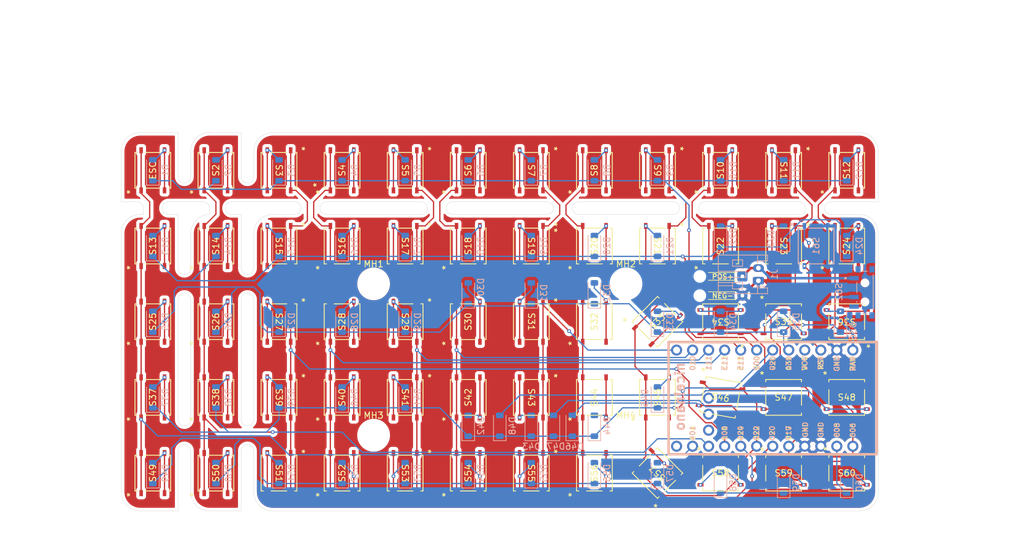
<source format=kicad_pcb>
(kicad_pcb (version 20241229) (generator "pcbnew") (generator_version "9.0")
  (layers (0 "F.Cu" signal) (2 "B.Cu" signal) (13 "F.Paste" user) (15 "B.Paste" user) (5 "F.SilkS" user "F.Silkscreen") (7 "B.SilkS" user "B.Silkscreen") (1 "F.Mask" user) (3 "B.Mask" user) (25 "Edge.Cuts" user))
  (net 0 "")
  (net 1 "/ROW0")
  (net 2 "Net-(D3-A)")
  (net 3 "Net-(D4-A)")
  (net 4 "Net-(D5-A)")
  (net 5 "Net-(D6-A)")
  (net 6 "Net-(D7-A)")
  (net 7 "Net-(D8-A)")
  (net 8 "Net-(D9-A)")
  (net 9 "Net-(D10-A)")
  (net 10 "/ROW1")
  (net 11 "Net-(D11-A)")
  (net 12 "Net-(D12-A)")
  (net 13 "Net-(D13-A)")
  (net 14 "Net-(D14-A)")
  (net 15 "Net-(D15-A)")
  (net 16 "Net-(D16-A)")
  (net 17 "Net-(D17-A)")
  (net 18 "Net-(D18-A)")
  (net 19 "Net-(D19-A)")
  (net 20 "Net-(D20-A)")
  (net 21 "Net-(D21-A)")
  (net 22 "/ROW2")
  (net 23 "Net-(D22-A)")
  (net 24 "Net-(D23-A)")
  (net 25 "Net-(D24-A)")
  (net 26 "Net-(D25-A)")
  (net 27 "Net-(D26-A)")
  (net 28 "Net-(D27-A)")
  (net 29 "Net-(D28-A)")
  (net 30 "Net-(D29-A)")
  (net 31 "Net-(D30-A)")
  (net 32 "Net-(D31-A)")
  (net 33 "/ROW3")
  (net 34 "Net-(D32-A)")
  (net 35 "Net-(D33-A)")
  (net 36 "Net-(D34-A)")
  (net 37 "Net-(D35-A)")
  (net 38 "Net-(D36-A)")
  (net 39 "Net-(D37-A)")
  (net 40 "Net-(D38-A)")
  (net 41 "Net-(D39-A)")
  (net 42 "Net-(D40-A)")
  (net 43 "Net-(D41-A)")
  (net 44 "/ROW4")
  (net 45 "Net-(D42-A)")
  (net 46 "Net-(D43-A)")
  (net 47 "Net-(D44-A)")
  (net 48 "Net-(D45-A)")
  (net 49 "Net-(D46-A)")
  (net 50 "Net-(D47-A)")
  (net 51 "Net-(D48-A)")
  (net 52 "Net-(D49-A)")
  (net 53 "Net-(D50-A)")
  (net 54 "Net-(D51-A)")
  (net 55 "Net-(D52-A)")
  (net 56 "Net-(D53-A)")
  (net 57 "Net-(D54-A)")
  (net 58 "Net-(D55-A)")
  (net 59 "/COL0")
  (net 60 "/COL1")
  (net 61 "/COL2")
  (net 62 "/COL3")
  (net 63 "/COL4")
  (net 64 "/COL5")
  (net 65 "/COL6")
  (net 66 "/COL7")
  (net 67 "/COL8")
  (net 68 "/COL9")
  (net 69 "/GND")
  (net 70 "Net-(D56-A)")
  (net 71 "Net-(D57-A)")
  (net 72 "/RST")
  (net 73 "/BATP")
  (net 74 "Net-(D58-A)")
  (net 75 "Net-(D59-A)")
  (net 76 "Net-(D60-A)")
  (net 77 "/COL10")
  (net 78 "/COL11")
  (net 84 "/CHARGE+")
  (net 86 "Net-(D1-A)")
  (net 87 "Net-(D2-A)")
  (footprint "footprints:SMT_FS" (layer "F.Cu") (at 125 90 -90)
    (property "Reference" "S41")
    (property "Value" "PTS526 SK15 SMTR2 LFS")
  )
  (footprint "footprints:SMT_FS" (layer "F.Cu") (at 145 102 -90)
    (property "Reference" "S55")
    (property "Value" "PTS526 SK15 SMTR2 LFS")
  )
  (footprint "footprints:SMT_FS" (layer "F.Cu") (at 195 54 90)
    (property "Reference" "S12")
    (property "Value" "PTS526 SK15 SMTR2 LFS")
  )
  (footprint "footprints:SMT_FS" (layer "F.Cu") (at 175 54 90)
    (property "Reference" "S10")
    (property "Value" "PTS526 SK15 SMTR2 LFS")
  )
  (footprint "footprints:SMT_FS" (layer "F.Cu") (at 115 66 90)
    (property "Reference" "S16")
    (property "Value" "PTS526 SK15 SMTR2 LFS")
  )
  (footprint "footprints:SMT_FS" (layer "F.Cu") (at 95 78 90)
    (property "Reference" "S26")
    (property "Value" "PTS526 SK15 SMTR2 LFS")
  )
  (footprint "footprints:SMT_FS" (layer "F.Cu") (at 115 54 90)
    (property "Reference" "S4")
    (property "Value" "PTS526 SK15 SMTR2 LFS")
  )
  (footprint "footprints:SMT_FS" (layer "F.Cu") (at 145 90 -90)
    (property "Reference" "S43")
    (property "Value" "PTS526 SK15 SMTR2 LFS")
  )
  (footprint "footprints:SMT_FS" (layer "F.Cu") (at 155 54 90)
    (property "Reference" "S8")
    (property "Value" "PTS526 SK15 SMTR2 LFS")
  )
  (footprint "footprints:SMT_FS" (layer "F.Cu") (at 95 54 90)
    (property "Reference" "S2")
    (property "Value" "PTS526 SK15 SMTR2 LFS")
  )
  (footprint "MountingHole:MountingHole_2.2mm_M2" (layer "F.Cu") (at 120 96)
    (property "Reference" "MH3")
    (property "Value" "MountingHole_2.2mm_M2")
  )
  (footprint "footprints:SMT_FS" (layer "F.Cu") (at 145 78 -90)
    (property "Reference" "S31")
    (property "Value" "PTS526 SK15 SMTR2 LFS")
  )
  (footprint "footprints:SMT_FS" (layer "F.Cu") (at 125 54 -90)
    (property "Reference" "S5")
    (property "Value" "PTS526 SK15 SMTR2 LFS")
  )
  (footprint "footprints:SMT_FS" (layer "F.Cu") (at 185 78)
    (property "Reference" "S35")
    (property "Value" "PTS526 SK15 SMTR2 LFS")
  )
  (footprint "footprints:SMT_FS" (layer "F.Cu") (at 185 102)
    (property "Reference" "S59")
    (property "Value" "PTS526 SK15 SMTR2 LFS")
  )
  (footprint "footprints:SMT_FS" (layer "F.Cu") (at 155 78 90)
    (property "Reference" "S32")
    (property "Value" "PTS526 SK15 SMTR2 LFS")
  )
  (footprint "footprints:SMT_FS" (layer "F.Cu") (at 135 90 90)
    (property "Reference" "S42")
    (property "Value" "PTS526 SK15 SMTR2 LFS")
  )
  (footprint "footprints:SMT_FS" (layer "F.Cu") (at 165 66 -90)
    (property "Reference" "S21")
    (property "Value" "PTS526 SK15 SMTR2 LFS")
  )
  (footprint "footprints:SMT_FS" (layer "F.Cu") (at 195 90)
    (property "Reference" "S48")
    (property "Value" "PTS526 SK15 SMTR2 LFS")
  )
  (footprint "footprints:SMT_FS" (layer "F.Cu") (at 105 102 -90)
    (property "Reference" "S51")
    (property "Value" "PTS526 SK15 SMTR2 LFS")
  )
  (footprint "footprints:SMT_FS" (layer "F.Cu") (at 85 66 90)
    (property "Reference" "S13")
    (property "Value" "PTS526 SK15 SMTR2 LFS")
  )
  (footprint "footprints:SMT_FS" (layer "F.Cu") (at 195 66 90)
    (property "Reference" "S24")
    (property "Value" "PTS526 SK15 SMTR2 LFS")
  )
  (footprint "footprints:SMT_FS" (layer "F.Cu") (at 95 90 90)
    (property "Reference" "S38")
    (property "Value" "PTS526 SK15 SMTR2 LFS")
  )
  (footprint "footprints:SMT_FS" (layer "F.Cu") (at 175 66 90)
    (property "Reference" "S22")
    (property "Value" "PTS526 SK15 SMTR2 LFS")
  )
  (footprint "footprints:SMT_FS" (layer "F.Cu") (at 185 54 -90)
    (property "Reference" "S11")
    (property "Value" "PTS526 SK15 SMTR2 LFS")
  )
  (footprint "footprints:SMT_FS" (layer "F.Cu") (at 155 66 90)
    (property "Reference" "S20")
    (property "Value" "PTS526 SK15 SMTR2 LFS")
  )
  (footprint "footprints:SMT_FS" (layer "F.Cu") (at 175 102)
    (property "Reference" "S58")
    (property "Value" "PTS526 SK15 SMTR2 LFS")
  )
  (footprint "footprints:SMT_FS" (layer "F.Cu") (at 195 78 180)
    (property "Reference" "S36")
    (property "Value" "PTS526 SK15 SMTR2 LFS")
  )
  (footprint "footprints:SMT_FS" (layer "F.Cu") (at 165 102 135)
    (property "Reference" "S57")
    (property "Value" "PTS526 SK15 SMTR2 LFS")
  )
  (footprint "footprints:SMT_FS" (layer "F.Cu") (at 175 78 180)
    (property "Reference" "S34")
    (property "Value" "PTS526 SK15 SMTR2 LFS")
  )
  (footprint "footprints:SMT_FS" (layer "F.Cu") (at 185 90)
    (property "Reference" "S47")
    (property "Value" "PTS526 SK15 SMTR2 LFS")
  )
  (footprint "footprints:SMT_FS" (layer "F.Cu") (at 105 66 -90)
    (property "Reference" "S15")
    (property "Value" "PTS526 SK15 SMTR2 LFS")
  )
  (footprint "footprints:SMT_FS" (layer "F.Cu") (at 95 102 90)
    (property "Reference" "S50")
    (property "Value" "PTS526 SK15 SMTR2 LFS")
  )
  (footprint "footprints:SMT_FS" (layer "F.Cu") (at 115 102 90)
    (property "Reference" "S52")
    (property "Value" "PTS526 SK15 SMTR2 LFS")
  )
  (footprint "footprints:SMT_FS" (layer "F.Cu") (at 105 90 -90)
    (property "Reference" "S39")
    (property "Value" "PTS526 SK15 SMTR2 LFS")
  )
  (footprint "footprints:SMT_FS" (layer "F.Cu") (at 85 78 90)
    (property "Reference" "S25")
    (property "Value" "PTS526 SK15 SMTR2 LFS")
  )
  (footprint "footprints:SMT_FS" (layer "F.Cu") (at 135 102 90)
    (property "Reference" "S54")
    (property "Value" "PTS526 SK15 SMTR2 LFS")
  )
  (footprint "footprints:SMT_FS" (layer "F.Cu") (at 175 90 -10)
    (property "Reference" "S46")
    (property "Value" "PTS526 SK15 SMTR2 LFS")
  )
  (footprint "footprints:SMT_FS" (layer "F.Cu") (at 115 90 90)
    (property "Reference" "S40")
    (property "Value" "PTS526 SK15 SMTR2 LFS")
  )
  (footprint "footprints:SMT_FS" (layer "F.Cu") (at 165 78 45)
    (property "Reference" "S33")
    (property "Value" "PTS526 SK15 SMTR2 LFS")
  )
  (footprint "MountingHole:MountingHole_2.2mm_M2" (layer "F.Cu") (at 120 72)
    (property "Reference" "MH1")
    (property "Value" "MountingHole_2.2mm_M2")
  )
  (footprint "footprints:SMT_FS" (layer "F.Cu") (at 95 66 90)
    (property "Reference" "S14")
    (property "Value" "PTS526 SK15 SMTR2 LFS")
  )
  (footprint "footprints:SMT_FS" (layer "F.Cu") (at 135 54 90)
    (property "Reference" "S6")
    (property "Value" "PTS526 SK15 SMTR2 LFS")
  )
  (footprint "MountingHole:MountingHole_2.2mm_M2" (layer "F.Cu") (at 160 96)
    (property "Reference" "MH4")
    (property "Value" "MountingHole_2.2mm_M2")
  )
  (footprint "footprints:SMT_FS" (layer "F.Cu") (at 115 78 90)
    (property "Reference" "S28")
    (property "Value" "PTS526 SK15 SMTR2 LFS")
  )
  (footprint "footprints:SMT_FS" (layer "F.Cu") (at 85 102 90)
    (property "Reference" "S49")
    (property "Value" "PTS526 SK15 SMTR2 LFS")
  )
  (footprint "footprints:SMT_FS" (layer "F.Cu") (at 105 78 -90)
    (property "Reference" "S27")
    (property "Value" "PTS526 SK15 SMTR2 LFS")
  )
  (footprint "footprints:SMT_FS" (layer "F.Cu") (at 165 90 90)
    (property "Reference" "S45")
    (property "Value" "PTS526 SK15 SMTR2 LFS")
  )
  (footprint "footprints:SMT_FS" (layer "F.Cu") (at 125 78 -90)
    (property "Reference" "S29")
    (property "Value" "PTS526 SK15 SMTR2 LFS")
  )
  (footprint "footprints:SMT_FS" (layer "F.Cu") (at 195 102)
    (property "Reference" "S60")
    (property "Value" "PTS526 SK15 SMTR2 LFS")
  )
  (footprint "Connector_Wire:SolderWire-0.1sqmm_1x02_P3.6mm_D0.4mm_OD1mm_Relief" (layer "F.Cu") (at 178.464542 70.569089 -90)
    (property "Reference" "GND - POS" (hide yes))
    (property "Value" "SolderWire-0.1sqmm_1x02_P3.6mm_D0.4mm_OD1mm_Relief")
  )
  (footprint "footprints:SMT_FS" (layer "F.Cu") (at 135 66 90)
    (property "Reference" "S18")
    (property "Value" "PTS526 SK15 SMTR2 LFS")
  )
  (footprint "footprints:SMT_FS" (layer "F.Cu") (at 155 102 90)
    (property "Reference" "S56")
    (property "Value" "PTS526 SK15 SMTR2 LFS")
  )
  (footprint "MountingHole:MountingHole_2.2mm_M2" (layer "F.Cu") (at 160 72)
    (property "Reference" "MH2")
    (property "Value" "MountingHole_2.2mm_M2")
  )
  (footprint "footprints:SMT_FS" (layer "F.Cu") (at 155 90 90)
    (property "Reference" "S44")
    (property "Value" "PTS526 SK15 SMTR2 LFS")
  )
  (footprint "footprints:SMT_FS" (layer "F.Cu") (at 185 66 -90)
    (property "Reference" "S23")
    (property "Value" "PTS526 SK15 SMTR2 LFS")
  )
  (footprint "footprints:SMT_FS" (layer "F.Cu") (at 85 90 90)
    (property "Reference" "S37")
    (property "Value" "PTS526 SK15 SMTR2 LFS")
  )
  (footprint "footprints:SMT_FS" (layer "F.Cu") (at 105 54 -90)
    (property "Reference" "S3")
    (property "Value" "PTS526 SK15 SMTR2 LFS")
  )
  (footprint "footprints:SMT_FS" (layer "F.Cu") (at 145 54 -90)
    (property "Reference" "S7")
    (property "Value" "PTS526 SK15 SMTR2 LFS")
  )
  (footprint "footprints:SMT_FS" (layer "F.Cu") (at 125 66 -90)
    (property "Reference" "S17")
    (property "Value" "PTS526 SK15 SMTR2 LFS")
  )
  (footprint "footprints:SMT_FS" (layer "F.Cu") (at 85 54 90)
    (property "Reference" "S1" (hide yes))
    (property "Value" "ESC")
  )
  (footprint "footprints:SMT_FS" (layer "F.Cu") (at 125 102 -90)
    (property "Reference" "S53")
    (property "Value" "PTS526 SK15 SMTR2 LFS")
  )
  (footprint "footprints:SMT_FS" (layer "F.Cu") (at 165 54 -90)
    (property "Reference" "S9")
    (property "Value" "PTS526 SK15 SMTR2 LFS")
  )
  (footprint "footprints:SMT_FS" (layer "F.Cu") (at 135 78 90)
    (property "Reference" "S30")
    (property "Value" "PTS526 SK15 SMTR2 LFS")
  )
  (footprint "footprints:SMT_FS" (layer "F.Cu") (at 145 66 -90)
    (property "Reference" "S19")
    (property "Value" "PTS526 SK15 SMTR2 LFS")
  )
  (footprint "Diode_SMD:D_SOD-123" (layer "B.Cu") (at 125 78 90)
    (property "Reference" "D29")
    (property "Value" "1N4148W")
  )
  (footprint "Diode_SMD:D_SOD-123" (layer "B.Cu") (at 185 103.5 90)
    (property "Reference" "D59")
    (property "Value" "1N4148W")
  )
  (footprint "Diode_SMD:D_SOD-123" (layer "B.Cu") (at 155 102 90)
    (property "Reference" "D56")
    (property "Value" "1N4148W")
  )
  (footprint "Diode_SMD:D_SOD-123" (layer "B.Cu") (at 175 103.5 90)
    (property "Reference" "D58")
    (property "Value" "1N4148W")
  )
  (footprint "Diode_SMD:D_SOD-123" (layer "B.Cu") (at 105 66 90)
    (property "Reference" "D15")
    (property "Value" "1N4148W")
  )
  (footprint "nice-nano-kicad:nice_nano" (layer "B.Cu") (at 182 90.12 180)
    (property "Reference" "U1" (hide yes))
    (property "Value" "nice_nano" (hide yes))
  )
  (footprint "Diode_SMD:D_SOD-123" (layer "B.Cu") (at 135 94.5 90)
    (property "Reference" "D42")
    (property "Value" "1N4148W")
  )
  (footprint "Diode_SMD:D_SOD-123" (layer "B.Cu") (at 145 73.5 90)
    (property "Reference" "D31")
    (property "Value" "1N4148W")
  )
  (footprint "SSSS811101:SW_SSSS811101" (layer "B.Cu") (at 197.9 73.35 -90)
    (property "Reference" "S62")
    (property "Value" "SSSS811101")
  )
  (footprint "Diode_SMD:D_SOD-123" (layer "B.Cu") (at 135 102 90)
    (property "Reference" "D54")
    (property "Value" "1N4148W")
  )
  (footprint "footprints:SMT_FS" (layer "B.Cu") (at 190.1458 66 -90)
    (property "Reference" "S61")
    (property "Value" "PTS526 SK15 SMTR2 LFS")
  )
  (footprint "Diode_SMD:D_SOD-123" (layer "B.Cu") (at 145 54 90)
    (property "Reference" "D7")
    (property "Value" "1N4148W")
  )
  (footprint "Diode_SMD:D_SOD-123" (layer "B.Cu") (at 140 94.5 90)
    (property "Reference" "D48")
    (property "Value" "1N4148W")
  )
  (footprint "Diode_SMD:D_SOD-123" (layer "B.Cu") (at 145 94.5 90)
    (property "Reference" "D43")
    (property "Value" "1N4148W")
  )
  (footprint "Diode_SMD:D_SOD-123" (layer "B.Cu") (at 85 90 90)
    (property "Reference" "D37")
    (property "Value" "1N4148W")
  )
  (footprint "Diode_SMD:D_SOD-123" (layer "B.Cu") (at 95 102 90)
    (property "Reference" "D50")
    (property "Value" "1N4148W")
  )
  (footprint "Diode_SMD:D_SOD-123" (layer "B.Cu") (at 194 78 90)
    (property "Reference" "D36")
    (property "Value" "1N4148W")
  )
  (footprint "Diode_SMD:D_SOD-123" (layer "B.Cu") (at 95 54 90)
    (property "Reference" "D2")
    (property "Value" "1N4148W")
  )
  (footprint "Diode_SMD:D_SOD-123" (layer "B.Cu") (at 175 78 90)
    (property "Reference" "D34")
    (property "Value" "1N4148W")
  )
  (footprint "Diode_SMD:D_SOD-123" (layer "B.Cu") (at 155 94.5 90)
    (property "Reference" "D44")
    (property "Value" "1N4148W")
  )
  (footprint "Diode_SMD:D_SOD-123" (layer "B.Cu") (at 165 66 90)
    (property "Reference" "D21")
    (property "Value" "1N4148W")
  )
  (footprint "Diode_SMD:D_SOD-123" (layer "B.Cu") (at 125 102 90)
    (property "Reference" "D53")
    (property "Value" "1N4148W")
  )
  (footprint "Diode_SMD:D_SOD-123" (layer "B.Cu") (at 175 64.5 90)
    (property "Reference" "D22")
    (property "Value" "1N4148W")
  )
  (footprint "Diode_SMD:D_SOD-123" (layer "B.Cu") (at 85 102 90)
    (property "Reference" "D49")
    (property "Value" "1N4148W")
  )
  (footprint "Diode_SMD:D_SOD-123" (layer "B.Cu") (at 155 54 90)
    (property "Reference" "D8")
    (property "Value" "1N4148W")
  )
  (footprint "Diode_SMD:D_SOD-123" (layer "B.Cu") (at 195 54 90)
    (property "Reference" "D12")
    (property "Value" "1N4148W")
  )
  (footprint "Diode_SMD:D_SOD-123" (layer "B.Cu") (at 155 73.5 90)
    (property "Reference" "D32")
    (property "Value" "1N4148W")
  )
  (footprint "Diode_SMD:D_SOD-123" (layer "B.Cu") (at 125 90 90)
    (property "Reference" "D41")
    (property "Value" "1N4148W")
  )
  (footprint "Diode_SMD:D_SOD-123" (layer "B.Cu") (at 155 66 90)
    (property "Reference" "D20")
    (property "Value" "1N4148W")
  )
  (footprint "Diode_SMD:D_SOD-123" (layer "B.Cu") (at 175 54 90)
    (property "Reference" "D10")
    (property "Value" "1N4148W")
  )
  (footprint "Diode_SMD:D_SOD-123" (layer "B.Cu") (at 135 66 90)
    (property "Reference" "D18")
    (property "Value" "1N4148W")
  )
  (footprint "Diode_SMD:D_SOD-123" (layer "B.Cu") (at 115 66 90)
    (property "Reference" "D16")
    (property "Value" "1N4148W")
  )
  (footprint "Diode_SMD:D_SOD-123" (layer "B.Cu") (at 115 54 90)
    (property "Reference" "D4")
    (property "Value" "1N4148W")
  )
  (footprint "Diode_SMD:D_SOD-123" (layer "B.Cu") (at 185 54 90)
    (property "Reference" "D11")
    (property "Value" "1N4148W")
  )
  (footprint "Diode_SMD:D_SOD-123" (layer "B.Cu") (at 95 90 90)
    (property "Reference" "D38")
    (property "Value" "1N4148W")
  )
  (footprint "Diode_SMD:D_SOD-123" (layer "B.Cu") (at 125 66 90)
    (property "Reference" "D17")
    (property "Value" "1N4148W")
  )
  (footprint "Diode_SMD:D_SOD-123" (layer "B.Cu") (at 165 90 90)
    (property "Reference" "D45")
    (property "Value" "1N4148W")
  )
  (footprint "Diode_SMD:D_SOD-123" (layer "B.Cu") (at 125 54 90)
    (property "Reference" "D5")
    (property "Value" "1N4148W")
  )
  (footprint "Diode_SMD:D_SOD-123" (layer "B.Cu") (at 185 78 90)
    (property "Reference" "D35")
    (property "Value" "1N4148W")
  )
  (footprint "Diode_SMD:D_SOD-123" (layer "B.Cu") (at 85 78 90)
    (property "Reference" "D25")
    (property "Value" "1N4148W")
  )
  (footprint "Diode_SMD:D_SOD-123" (layer "B.Cu") (at 165 102 90)
    (property "Reference" "D57")
    (property "Value" "1N4148W")
  )
  (footprint "Diode_SMD:D_SOD-123" (layer "B.Cu") (at 95 78 90)
    (property "Reference" "D26")
    (property "Value" "1N4148W")
  )
  (footprint "Diode_SMD:D_SOD-123" (layer "B.Cu") (at 185 64.5 90)
    (property "Reference" "D23")
    (property "Value" "1N4148W")
  )
  (footprint "Diode_SMD:D_SOD-123" (layer "B.Cu") (at 115 78 90)
    (property "Reference" "D28")
    (property "Value" "1N4148W")
  )
  (footprint "Diode_SMD:D_SOD-123" (layer "B.Cu") (at 105 54 90)
    (property "Reference" "D3")
    (property "Value" "1N4148W")
  )
  (footprint "Diode_SMD:D_SOD-123" (layer "B.Cu") (at 95 66 90)
    (property "Reference" "D14")
    (property "Value" "1N4148W")
  )
  (footprint "Diode_SMD:D_SOD-123" (layer "B.Cu") (at 85 54 90)
    (property "Reference" "D1")
    (property "Value" "1N4148W")
  )
  (footprint "Diode_SMD:D_SOD-123" (layer "B.Cu") (at 85 66 90)
    (property "Reference" "D13")
    (property "Value" "1N4148W")
  )
  (footprint "Diode_SMD:D_SOD-123" (layer "B.Cu") (at 135 73.5 90)
    (property "Reference" "D30")
    (property "Value" "1N4148W")
  )
  (footprint "Diode_SMD:D_SOD-123" (layer "B.Cu") (at 195 66 90)
    (property "Reference" "D24")
    (property "Value" "1N4148W")
  )
  (footprint "Diode_SMD:D_SOD-123" (layer "B.Cu") (at 195 103.5 90)
    (property "Reference" "D60")
    (property "Value" "1N4148W")
  )
  (footprint "Diode_SMD:D_SOD-123" (layer "B.Cu") (at 105 90 90)
    (property "Reference" "D39")
    (property "Value" "1N4148W")
  )
  (footprint "Diode_SMD:D_SOD-123" (layer "B.Cu") (at 105 78 90)
    (property "Reference" "D27")
    (property "Value" "1N4148W")
  )
  (footprint "Diode_SMD:D_SOD-123" (layer "B.Cu") (at 151.5 94.5 90)
    (property "Reference" "D46")
    (property "Value" "1N4148W")
  )
  (footprint "Diode_SMD:D_SOD-123" (layer "B.Cu") (at 148.5 94.5 90)
    (property "Reference" "D47")
    (property "Value" "1N4148W")
  )
  (footprint "Diode_SMD:D_SOD-123" (layer "B.Cu") (at 145 102 90)
    (property "Reference" "D55")
    (property "Value" "1N4148W")
  )
  (footprint "Diode_SMD:D_SOD-123" (layer "B.Cu") (at 165 78 90)
    (property "Reference" "D33")
    (property "Value" "1N4148W")
  )
  (footprint "Diode_SMD:D_SOD-123" (layer "B.Cu") (at 105 102 90)
    (property "Reference" "D51")
    (property "Value" "1N4148W")
  )
  (footprint "Diode_SMD:D_SOD-123" (layer "B.Cu") (at 115 102 90)
    (property "Reference" "D52")
    (property "Value" "1N4148W")
  )
  (footprint "Diode_SMD:D_SOD-123" (layer "B.Cu") (at 115 90 90)
    (property "Reference" "D40")
    (property "Value" "1N4148W")
  )
  (footprint "Connector_JST:JST_PH_S2B-PH-K_1x02_P2.00mm_Horizontal" (layer "B.Cu") (at 181 71.5 90)
    (property "Reference" "J1")
    (property "Value" "Conn_01x02_Socket")
  )
  (footprint "Diode_SMD:D_SOD-123" (layer "B.Cu") (at 135 54 90)
    (property "Reference" "D6")
    (property "Value" "1N4148W")
  )
  (footprint "Diode_SMD:D_SOD-123" (layer "B.Cu") (at 165 54 90)
    (property "Reference" "D9")
    (property "Value" "1N4148W")
  )
  (footprint "Diode_SMD:D_SOD-123" (layer "B.Cu") (at 145 66 90)
    (property "Reference" "D19")
    (property "Value" "1N4148W")
  )
  (gr_arc (start 90 94.5) (mid 89.292893 94.207107) (end 89 93.5) (stroke (width 0.05)) (layer "Edge.Cuts"))
  (gr_arc (start 100 73.5) (mid 100.707107 73.792893) (end 101 74.5) (stroke (width 0.05)) (layer "Edge.Cuts"))
  (gr_arc (start 152.5 61) (mid 151.792893 60.707107) (end 151.5 60) (stroke (width 0.05)) (layer "Edge.Cuts"))
  (gr_line (start 89 61) (end 89 69.5) (stroke (width 0.05)) (layer "Edge.Cuts"))
  (gr_arc (start 91 93.5) (mid 90.707107 94.207107) (end 90 94.5) (stroke (width 0.05)) (layer "Edge.Cuts"))
  (gr_arc (start 89 98.5) (mid 89.292893 97.792893) (end 90 97.5) (stroke (width 0.05)) (layer "Edge.Cuts"))
  (gr_arc (start 108.5 60) (mid 108.207107 60.707107) (end 107.5 61) (stroke (width 0.05)) (layer "Edge.Cuts"))
  (gr_arc (start 99 98.5) (mid 99.292893 97.792893) (end 100 97.5) (stroke (width 0.05)) (layer "Edge.Cuts"))
  (gr_arc (start 101 93.5) (mid 100.707107 94.207107) (end 100 94.5) (stroke (width 0.05)) (layer "Edge.Cuts"))
  (gr_arc (start 90 70.5) (mid 89.292893 70.207107) (end 89 69.5) (stroke (width 0.05)) (layer "Edge.Cuts"))
  (gr_line (start 91 69.5) (end 91 64) (stroke (width 0.05)) (layer "Edge.Cuts"))
  (gr_arc (start 91 51) (mid 91.87868 48.87868) (end 94 48) (stroke (width 0.05)) (layer "Edge.Cuts"))
  (gr_arc (start 148.5 60) (mid 148.207107 60.707107) (end 147.5 61) (stroke (width 0.05)) (layer "Edge.Cuts"))
  (gr_arc (start 187.5 59) (mid 188.207107 59.292893) (end 188.5 60) (stroke (width 0.05)) (layer "Edge.Cuts"))
  (gr_arc (start 100 94.5) (mid 99.292893 94.207107) (end 99 93.5) (stroke (width 0.05)) (layer "Edge.Cuts"))
  (gr_line (start 91 74.5) (end 91 93.5) (stroke (width 0.05)) (layer "Edge.Cuts"))
  (gr_line (start 112.5 61) (end 127.5 61) (stroke (width 0.05)) (layer "Edge.Cuts"))
  (gr_line (start 89 48) (end 89 55) (stroke (width 0.05)) (layer "Edge.Cuts"))
  (gr_line (start 104 48) (end 197 48) (stroke (width 0.05)) (layer "Edge.Cuts"))
  (gr_arc (start 90 97.5) (mid 90.707107 97.792893) (end 91 98.5) (stroke (width 0.05)) (layer "Edge.Cuts"))
  (gr_line (start 152.5 61) (end 167.5 61) (stroke (width 0.05)) (layer "Edge.Cuts"))
  (gr_arc (start 192.5 61) (mid 191.792893 60.707107) (end 191.5 60) (stroke (width 0.05)) (layer "Edge.Cuts"))
  (gr_line (start 99 93.5) (end 99 74.5) (stroke (width 0.05)) (layer "Edge.Cuts"))
  (gr_arc (start 191.5 60) (mid 191.792893 59.292893) (end 192.5 59) (stroke (width 0.05)) (layer "Edge.Cuts"))
  (gr_arc (start 93 59) (mid 93.707107 59.292893) (end 94 60) (stroke (width 0.05)) (layer "Edge.Cuts"))
  (gr_line (start 80 105) (end 80 64) (stroke (width 0.05)) (layer "Edge.Cuts"))
  (gr_arc (start 131.5 60) (mid 131.792893 59.292893) (end 132.5 59) (stroke (width 0.05)) (layer "Edge.Cuts"))
  (gr_arc (start 101 69.5) (mid 100.707107 70.207107) (end 100 70.5) (stroke (width 0.05)) (layer "Edge.Cuts"))
  (gr_line (start 132.5 61) (end 147.5 61) (stroke (width 0.05)) (layer "Edge.Cuts"))
  (gr_line (start 94 48) (end 96 48) (stroke (width 0.05)) (layer "Edge.Cuts"))
  (gr_line (start 97.5 59) (end 99 59) (stroke (width 0.05)) (layer "Edge.Cuts"))
  (gr_line (start 197 108) (end 104 108) (stroke (width 0.05)) (layer "Edge.Cuts"))
  (gr_line (start 99 108) (end 96 108) (stroke (width 0.05)) (layer "Edge.Cuts"))
  (gr_arc (start 172.5 61) (mid 171.792893 60.707107) (end 171.5 60) (stroke (width 0.05)) (layer "Edge.Cuts"))
  (gr_line (start 101 51) (end 101 55) (stroke (width 0.05)) (layer "Edge.Cuts"))
  (gr_line (start 91 98.5) (end 91 105) (stroke (width 0.05)) (layer "Edge.Cuts"))
  (gr_arc (start 188.5 60) (mid 188.207107 60.707107) (end 187.5 61) (stroke (width 0.05)) (layer "Edge.Cuts"))
  (gr_line (start 96 108) (end 94 108) (stroke (width 0.05)) (layer "Edge.Cuts"))
  (gr_arc (start 97.5 61) (mid 96.792893 60.707107) (end 96.5 60) (stroke (width 0.05)) (layer "Edge.Cuts"))
  (gr_line (start 112.5 59) (end 127.5 59) (stroke (width 0.05)) (layer "Edge.Cuts"))
  (gr_line (start 89 98.5) (end 89 108) (stroke (width 0.05)) (layer "Edge.Cuts"))
  (gr_line (start 172.5 59) (end 187.5 59) (stroke (width 0.05)) (layer "Edge.Cuts"))
  (gr_line (start 99 48) (end 99 55) (stroke (width 0.05)) (layer "Edge.Cuts"))
  (gr_line (start 91 55) (end 91 51) (stroke (width 0.05)) (layer "Edge.Cuts"))
  (gr_arc (start 80 64) (mid 80.87868 61.87868) (end 83 61) (stroke (width 0.05)) (layer "Edge.Cuts"))
  (gr_line (start 89 108) (end 83 108) (stroke (width 0.05)) (layer "Edge.Cuts"))
  (gr_line (start 93 59) (end 87.5 59) (stroke (width 0.05)) (layer "Edge.Cuts"))
  (gr_arc (start 83 108) (mid 80.87868 107.12132) (end 80 105) (stroke (width 0.05)) (layer "Edge.Cuts"))
  (gr_line (start 97.5 61) (end 99 61) (stroke (width 0.05)) (layer "Edge.Cuts"))
  (gr_arc (start 107.5 59) (mid 108.207107 59.292893) (end 108.5 60) (stroke (width 0.05)) (layer "Edge.Cuts"))
  (gr_arc (start 168.5 60) (mid 168.207107 60.707107) (end 167.5 61) (stroke (width 0.05)) (layer "Edge.Cuts"))
  (gr_arc (start 100 70.5) (mid 99.292893 70.207107) (end 99 69.5) (stroke (width 0.05)) (layer "Edge.Cuts"))
  (gr_line (start 83.5 60) (end 83.5 61) (stroke (width 0.05)) (layer "Edge.Cuts"))
  (gr_arc (start 111.5 60) (mid 111.792893 59.292893) (end 112.5 59) (stroke (width 0.05)) (layer "Edge.Cuts"))
  (gr_arc (start 90 73.5) (mid 90.707107 73.792893) (end 91 74.5) (stroke (width 0.05)) (layer "Edge.Cuts"))
  (gr_arc (start 128.5 60) (mid 128.207107 60.707107) (end 127.5 61) (stroke (width 0.05)) (layer "Edge.Cuts"))
  (gr_arc (start 147.5 59) (mid 148.207107 59.292893) (end 148.5 60) (stroke (width 0.05)) (layer "Edge.Cuts"))
  (gr_arc (start 101 51) (mid 101.87868 48.87868) (end 104 48) (stroke (width 0.05)) (layer "Edge.Cuts"))
  (gr_line (start 80 59) (end 80 51) (stroke (width 0.05)) (layer "Edge.Cuts"))
  (gr_arc (start 171.5 60) (mid 171.792893 59.292893) (end 172.5 59) (stroke (width 0.05)) (layer "Edge.Cuts"))
  (gr_arc (start 80 51) (mid 80.87868 48.87868) (end 83 48) (stroke (width 0.05)) (layer "Edge.Cuts"))
  (gr_line (start 99 59) (end 101 59) (stroke (width 0.05)) (layer "Edge.Cuts"))
  (gr_line (start 99 61) (end 99 69.5) (stroke (width 0.05)) (layer "Edge.Cuts"))
  (gr_line (start 101 74.5) (end 101 93.5) (stroke (width 0.05)) (layer "Edge.Cuts"))
  (gr_arc (start 112.5 61) (mid 111.792893 60.707107) (end 111.5 60) (stroke (width 0.05)) (layer "Edge.Cuts"))
  (gr_line (start 132.5 59) (end 147.5 59) (stroke (width 0.05)) (layer "Edge.Cuts"))
  (gr_arc (start 82.5 59) (mid 83.207107 59.292893) (end 83.5 60) (stroke (width 0.05)) (layer "Edge.Cuts"))
  (gr_line (start 83.5 61) (end 83 61) (stroke (width 0.05)) (layer "Edge.Cuts"))
  (gr_line (start 96 48) (end 99 48) (stroke (width 0.05)) (layer "Edge.Cuts"))
  (gr_arc (start 91 55) (mid 90.707107 55.707107) (end 90 56) (stroke (width 0.05)) (layer "Edge.Cuts"))
  (gr_arc (start 91 64) (mid 91.87868 61.87868) (end 94 61) (stroke (width 0.05)) (layer "Edge.Cuts"))
  (gr_line (start 99 98.5) (end 99 108) (stroke (width 0.05)) (layer "Edge.Cuts"))
  (gr_line (start 87.5 61) (end 89 61) (stroke (width 0.05)) (layer "Edge.Cuts"))
  (gr_arc (start 89 74.5) (mid 89.292893 73.792893) (end 90 73.5) (stroke (width 0.05)) (layer "Edge.Cuts"))
  (gr_arc (start 90 56) (mid 89.292893 55.707107) (end 89 55) (stroke (width 0.05)) (layer "Edge.Cuts"))
  (gr_arc (start 197 48) (mid 199.12132 48.87868) (end 200 51) (stroke (width 0.05)) (layer "Edge.Cuts"))
  (gr_line (start 172.5 61) (end 187.5 61) (stroke (width 0.05)) (layer "Edge.Cuts"))
  (gr_arc (start 86.5 60) (mid 86.792893 59.292893) (end 87.5 59) (stroke (width 0.05)) (layer "Edge.Cuts"))
  (gr_line (start 83 48) (end 89 48) (stroke (width 0.05)) (layer "Edge.Cuts"))
  (gr_arc (start 197 61) (mid 199.12132 61.87868) (end 200 64) (stroke (width 0.05)) (layer "Edge.Cuts"))
  (gr_arc (start 91 69.5) (mid 90.707107 70.207107) (end 90 70.5) (stroke (width 0.05)) (layer "Edge.Cuts"))
  (gr_arc (start 96.5 60) (mid 96.792893 59.292893) (end 97.5 59) (stroke (width 0.05)) (layer "Edge.Cuts"))
  (gr_line (start 197 61) (end 192.5 61) (stroke (width 0.05)) (layer "Edge.Cuts"))
  (gr_arc (start 167.5 59) (mid 168.207107 59.292893) (end 168.5 60) (stroke (width 0.05)) (layer "Edge.Cuts"))
  (gr_arc (start 127.5 59) (mid 128.207107 59.292893) (end 128.5 60) (stroke (width 0.05)) (layer "Edge.Cuts"))
  (gr_line (start 80 59) (end 82.5 59) (stroke (width 0.05)) (layer "Edge.Cuts"))
  (gr_line (start 192.5 59) (end 200 59) (stroke (width 0.05)) (layer "Edge.Cuts"))
  (gr_arc (start 87.5 61) (mid 86.792893 60.707107) (end 86.5 60) (stroke (width 0.05)) (layer "Edge.Cuts"))
  (gr_line (start 89 93.5) (end 89 74.5) (stroke (width 0.05)) (layer "Edge.Cuts"))
  (gr_line (start 94 60) (end 94 61) (stroke (width 0.05)) (layer "Edge.Cuts"))
  (gr_line (start 101 98.5) (end 101 105) (stroke (width 0.05)) (layer "Edge.Cuts"))
  (gr_line (start 101 69.5) (end 101 64) (stroke (width 0.05)) (layer "Edge.Cuts"))
  (gr_arc (start 101 64) (mid 101.87868 61.87868) (end 104 61) (stroke (width 0.05)) (layer "Edge.Cuts"))
  (gr_line (start 200 64) (end 200 105) (stroke (width 0.05)) (layer "Edge.Cuts"))
  (gr_arc (start 104 108) (mid 101.87868 107.12132) (end 101 105) (stroke (width 0.05)) (layer "Edge.Cuts"))
  (gr_arc (start 99 74.5) (mid 99.292893 73.792893) (end 100 73.5) (stroke (width 0.05)) (layer "Edge.Cuts"))
  (gr_line (start 107.5 61) (end 104 61) (stroke (width 0.05)) (layer "Edge.Cuts"))
  (gr_arc (start 100 97.5) (mid 100.707107 97.792893) (end 101 98.5) (stroke (width 0.05)) (layer "Edge.Cuts"))
  (gr_arc (start 94 108) (mid 91.87868 107.12132) (end 91 105) (stroke (width 0.05)) (layer "Edge.Cuts"))
  (gr_arc (start 101 55) (mid 100.707107 55.707107) (end 100 56) (stroke (width 0.05)) (layer "Edge.Cuts"))
  (gr_arc (start 200 105) (mid 199.12132 107.12132) (end 197 108) (stroke (width 0.05)) (layer "Edge.Cuts"))
  (gr_arc (start 151.5 60) (mid 151.792893 59.292893) (end 152.5 59) (stroke (width 0.05)) (layer "Edge.Cuts"))
  (gr_line (start 200 51) (end 200 59) (stroke (width 0.05)) (layer "Edge.Cuts"))
  (gr_line (start 101 59) (end 107.5 59) (stroke (width 0.05)) (layer "Edge.Cuts"))
  (gr_line (start 152.5 59) (end 167.5 59) (stroke (width 0.05)) (layer "Edge.Cuts"))
  (gr_arc (start 100 56) (mid 99.292893 55.707107) (end 99 55) (stroke (width 0.05)) (layer "Edge.Cuts"))
  (gr_arc (start 132.5 61) (mid 131.792893 60.707107) (end 131.5 60) (stroke (width 0.05)) (layer "Edge.Cuts"))
  (gr_text "*" (at 148.556 63.5 270) (layer "F.SilkS") (effects (font (size 1 1))))
  (gr_text "*" (at 111 56.3241 90) (layer "F.SilkS") (effects (font (size 1 1))))
  (gr_text "NEG-" (at 173.561944 74.347955 0) (layer "F.SilkS") (effects (font (size 0.8 0.8) (thickness 0.16) (bold yes)) (justify left bottom)))
  (gr_text "POS+" (at 173.557112 71.326293 0) (layer "F.SilkS") (effects (font (size 0.8 0.8) (thickness 0.16) (bold yes)) (justify left bottom)))
  (segment (start 178.73 80.5) (end 180.73 82.5) (width 0.2) (layer "F.Cu") (net 1))
  (segment (start 170 63.5) (end 170 79.3932) (width 0.2) (layer "F.Cu") (net 1))
  (segment (start 170 79.3932) (end 171.1068 80.5) (width 0.2) (layer "F.Cu") (net 1))
  (segment (start 171.1068 80.5) (end 178.73 80.5) (width 0.2) (layer "F.Cu") (net 1))
  (via (at 170 63.5) (size 0.6) (drill 0.3) (layers "F.Cu" "B.Cu") (net 1))
  (segment (start 88.15 55.65) (end 89.5 57) (width 0.2) (layer "B.Cu") (net 1))
  (segment (start 93.65 57) (end 95 55.65) (width 0.2) (layer "B.Cu") (net 1))
  (segment (start 103.65 57) (end 105 55.65) (width 0.2) (layer "B.Cu") (net 1))
  (segment (start 175 55.65) (end 195 55.65) (width 0.2) (layer "B.Cu") (net 1))
  (segment (start 85 55.65) (end 88.15 55.65) (width 0.2) (layer "B.Cu") (net 1))
  (segment (start 93.65 57) (end 103.65 57) (width 0.2) (layer "B.Cu") (net 1))
  (segment (start 166.124872 55.65) (end 165 55.65) (width 0.2) (layer "B.Cu") (net 1))
  (segment (start 170 59.525128) (end 166.124872 55.65) (width 0.2) (layer "B.Cu") (net 1))
  (segment (start 105 55.65) (end 175 55.65) (width 0.2) (layer "B.Cu") (net 1))
  (segment (start 170 63.5) (end 170 59.525128) (width 0.2) (layer "B.Cu") (net 1))
  (segment (start 89.5 57) (end 93.65 57) (width 0.2) (layer "B.Cu") (net 1))
  (segment (start 103.1458 50.81865) (end 103.1458 57.18135) (width 0.2) (layer "F.Cu") (net 2))
  (via (at 103.1458 50.81865) (size 0.6) (drill 0.3) (layers "F.Cu" "B.Cu") (net 2))
  (segment (start 105 52.35) (end 103.46865 50.81865) (width 0.2) (layer "B.Cu") (net 2))
  (segment (start 103.46865 50.81865) (end 103.1458 50.81865) (width 0.2) (layer "B.Cu") (net 2))
  (segment (start 116.8542 50.81865) (end 116.8542 57.18135) (width 0.2) (layer "F.Cu") (net 3))
  (via (at 116.8542 50.81865) (size 0.6) (drill 0.3) (layers "F.Cu" "B.Cu") (net 3))
  (segment (start 115.32285 52.35) (end 116.8542 50.81865) (width 0.2) (layer "B.Cu") (net 3))
  (segment (start 115 52.35) (end 115.32285 52.35) (width 0.2) (layer "B.Cu") (net 3))
  (segment (start 123.1458 57.18135) (end 123.1458 50.81865) (width 0.2) (layer "F.Cu") (net 4))
  (via (at 123.1458 50.81865) (size 0.6) (drill 0.3) (layers "F.Cu" "B.Cu") (net 4))
  (segment (start 123.46865 50.81865) (end 123.1458 50.81865) (width 0.2) (layer "B.Cu") (net 4))
  (segment (start 125 52.35) (end 123.46865 50.81865) (width 0.2) (layer "B.Cu") (net 4))
  (segment (start 125 52.35) (end 125.32285 52.35) (width 0.2) (layer "B.Cu") (net 4))
  (segment (start 136.8542 50.81865) (end 136.8542 57.18135) (width 0.2) (layer "F.Cu") (net 5))
  (via (at 136.8542 50.81865) (size 0.6) (drill 0.3) (layers "F.Cu" "B.Cu") (net 5))
  (segment (start 135 52.35) (end 135.32285 52.35) (width 0.2) (layer "B.Cu") (net 5))
  (segment (start 135.32285 52.35) (end 136.8542 50.81865) (width 0.2) (layer "B.Cu") (net 5))
  (segment (start 143.1458 57.18135) (end 143.1458 50.81865) (width 0.2) (layer "F.Cu") (net 6))
  (via (at 143.1458 50.81865) (size 0.6) (drill 0.3) (layers "F.Cu" "B.Cu") (net 6))
  (segment (start 144.67715 52.35) (end 143.1458 50.81865) (width 0.2) (layer "B.Cu") (net 6))
  (segment (start 145 52.35) (end 144.67715 52.35) (width 0.2) (layer "B.Cu") (net 6))
  (segment (start 156.8542 50.81865) (end 156.8542 57.18135) (width 0.2) (layer "F.Cu") (net 7))
  (via (at 156.8542 50.81865) (size 0.6) (drill 0.3) (layers "F.Cu" "B.Cu") (net 7))
  (segment (start 155.32285 52.35) (end 156.8542 50.81865) (width 0.2) (layer "B.Cu") (net 7))
  (segment (start 155 52.35) (end 155.32285 52.35) (width 0.2) (layer "B.Cu") (net 7))
  (segment (start 163.1458 57.18135) (end 163.1458 50.81865) (width 0.2) (layer "F.Cu") (net 8))
  (via (at 163.1458 50.81865) (size 0.6) (drill 0.3) (layers "F.Cu" "B.Cu") (net 8))
  (segment (start 165 52.35) (end 164.67715 52.35) (width 0.2) (layer "B.Cu") (net 8))
  (segment (start 164.67715 52.35) (end 163.1458 50.81865) (width 0.2) (layer "B.Cu") (net 8))
  (segment (start 176.8542 50.81865) (end 176.8542 57.18135) (width 0.2) (layer "F.Cu") (net 9))
  (via (at 176.8542 50.81865) (size 0.6) (drill 0.3) (layers "F.Cu" "B.Cu") (net 9))
  (segment (start 175 52.35) (end 175.32285 52.35) (width 0.2) (layer "B.Cu") (net 9))
  (segment (start 175.32285 52.35) (end 176.8542 50.81865) (width 0.2) (layer "B.Cu") (net 9))
  (segment (start 177.0127 81.3227) (end 178.19 82.5) (width 0.2) (layer "F.Cu") (net 10))
  (segment (start 169.395997 79.661043) (end 171.057654 81.3227) (width 0.2) (layer "F.Cu") (net 10))
  (segment (start 171.057654 81.3227) (end 177.0127 81.3227) (width 0.2) (layer "F.Cu") (net 10))
  (segment (start 169.395997 68.045997) (end 169.395997 79.661043) (width 0.2) (layer "F.Cu") (net 10))
  (segment (start 169 67.65) (end 169.395997 68.045997) (width 0.2) (layer "F.Cu") (net 10))
  (via (at 169 67.65) (size 0.6) (drill 0.3) (layers "F.Cu" "B.Cu") (net 10))
  (segment (start 194 62.5) (end 194 66.65) (width 0.2) (layer "B.Cu") (net 10))
  (segment (start 193.3414 61.8414) (end 194 62.5) (width 0.2) (layer "B.Cu") (net 10))
  (segment (start 85 67.65) (end 88.85 71.5) (width 0.2) (layer "B.Cu") (net 10))
  (segment (start 91.15 71.5) (end 101.15 71.5) (width 0.2) (layer "B.Cu") (net 10))
  (segment (start 187.9112 61.8414) (end 193.3414 61.8414) (width 0.2) (layer "B.Cu") (net 10))
  (segment (start 185 66.15) (end 185 64.7526) (width 0.2) (layer "B.Cu") (net 10))
  (segment (start 175 66.15) (end 185 66.15) (width 0.2) (layer "B.Cu") (net 10))
  (segment (start 105 67.65) (end 165 67.65) (width 0.2) (layer "B.Cu") (net 10))
  (segment (start 101.15 71.5) (end 105 67.65) (width 0.2) (layer "B.Cu") (net 10))
  (segment (start 169 67.65) (end 173.5 67.65) (width 0.2) (layer "B.Cu") (net 10))
  (segment (start 91.15 71.5) (end 95 67.65) (width 0.2) (layer "B.Cu") (net 10))
  (segment (start 173.5 67.65) (end 175 66.15) (width 0.2) (layer "B.Cu") (net 10))
  (segment (start 194 66.65) (end 195 67.65) (width 0.2) (layer "B.Cu") (net 10))
  (segment (start 185 64.7526) (end 187.9112 61.8414) (width 0.2) (layer "B.Cu") (net 10))
  (segment (start 165 67.65) (end 169 67.65) (width 0.2) (layer "B.Cu") (net 10))
  (segment (start 88.85 71.5) (end 91.15 71.5) (width 0.2) (layer "B.Cu") (net 10))
  (segment (start 183.1458 50.81865) (end 183.1458 57.18135) (width 0.2) (layer "F.Cu") (net 11))
  (via (at 183.1458 50.81865) (size 0.6) (drill 0.3) (layers "F.Cu" "B.Cu") (net 11))
  (segment (start 185 52.35) (end 184.67715 52.35) (width 0.2) (layer "B.Cu") (net 11))
  (segment (start 184.67715 52.35) (end 183.1458 50.81865) (width 0.2) (layer "B.Cu") (net 11))
  (segment (start 196.8542 50.81865) (end 196.8542 57.18135) (width 0.2) (layer "F.Cu") (net 12))
  (via (at 196.8542 50.81865) (size 0.6) (drill 0.3) (layers "F.Cu" "B.Cu") (net 12))
  (segment (start 195.32285 52.35) (end 196.8542 50.81865) (width 0.2) (layer "B.Cu") (net 12))
  (segment (start 195 52.35) (end 195.32285 52.35) (width 0.2) (layer "B.Cu") (net 12))
  (segment (start 86.8542 62.81865) (end 86.8542 69.18135) (width 0.2) (layer "F.Cu") (net 13))
  (via (at 86.8542 62.81865) (size 0.6) (drill 0.3) (layers "F.Cu" "B.Cu") (net 13))
  (segment (start 85.32285 64.35) (end 86.8542 62.81865) (width 0.2) (layer "B.Cu") (net 13))
  (segment (start 85 64.35) (end 85.32285 64.35) (width 0.2) (layer "B.Cu") (net 13))
  (segment (start 96.8542 62.81865) (end 96.8542 69.18135) (width 0.2) (layer "F.Cu") (net 14))
  (via (at 96.8542 62.81865) (size 0.6) (drill 0.3) (layers "F.Cu" "B.Cu") (net 14))
  (segment (start 95.32285 64.35) (end 96.8542 62.81865) (width 0.2) (layer "B.Cu") (net 14))
  (segment (start 95 64.35) (end 95.32285 64.35) (width 0.2) (layer "B.Cu") (net 14))
  (segment (start 103.1458 62.81865) (end 103.1458 69.18135) (width 0.2) (layer "F.Cu") (net 15))
  (via (at 103.1458 62.81865) (size 0.6) (drill 0.3) (layers "F.Cu" "B.Cu") (net 15))
  (segment (start 105 64.35) (end 104.67715 64.35) (width 0.2) (layer "B.Cu") (net 15))
  (segment (start 104.67715 64.35) (end 103.1458 62.81865) (width 0.2) (layer "B.Cu") (net 15))
  (segment (start 116.8542 62.81865) (end 116.8542 69.18135) (width 0.2) (layer "F.Cu") (net 16))
  (via (at 116.8542 62.81865) (size 0.6) (drill 0.3) (layers "F.Cu" "B.Cu") (net 16))
  (segment (start 115 64.35) (end 115.32285 64.35) (width 0.2) (layer "B.Cu") (net 16))
  (segment (start 115.32285 64.35) (end 116.8542 62.81865) (width 0.2) (layer "B.Cu") (net 16))
  (segment (start 123.1458 69.18135) (end 123.1458 62.81865) (width 0.2) (layer "F.Cu") (net 17))
  (via (at 123.1458 62.81865) (size 0.6) (drill 0.3) (layers "F.Cu" "B.Cu") (net 17))
  (segment (start 124.67715 64.35) (end 123.1458 62.81865) (width 0.2) (layer "B.Cu") (net 17))
  (segment (start 125 64.35) (end 124.67715 64.35) (width 0.2) (layer "B.Cu") (net 17))
  (segment (start 136.8542 62.81865) (end 136.8542 69.18135) (width 0.2) (layer "F.Cu") (net 18))
  (via (at 136.8542 62.81865) (size 0.6) (drill 0.3) (layers "F.Cu" "B.Cu") (net 18))
  (segment (start 135 64.35) (end 135.32285 64.35) (width 0.2) (layer "B.Cu") (net 18))
  (segment (start 135.32285 64.35) (end 136.8542 62.81865) (width 0.2) (layer "B.Cu") (net 18))
  (segment (start 143.1458 69.18135) (end 143.1458 62.81865) (width 0.2) (layer "F.Cu") (net 19))
  (via (at 143.1458 62.81865) (size 0.6) (drill 0.3) (layers "F.Cu" "B.Cu") (net 19))
  (segment (start 144.67715 64.35) (end 143.1458 62.81865) (width 0.2) (layer "B.Cu") (net 19))
  (segment (start 145 64.35) (end 144.67715 64.35) (width 0.2) (layer "B.Cu") (net 19))
  (segment (start 156.8542 62.81865) (end 156.8542 69.18135) (width 0.2) (layer "F.Cu") (net 20))
  (via (at 156.8542 62.81865) (size 0.6) (drill 0.3) (layers "F.Cu" "B.Cu") (net 20))
  (segment (start 155 64.35) (end 155.32285 64.35) (width 0.2) (layer "B.Cu") (net 20))
  (segment (start 155.32285 64.35) (end 156.8542 62.81865) (width 0.2) (layer "B.Cu") (net 20))
  (segment (start 163.1458 69.18135) (end 163.1458 62.81865) (width 0.2) (layer "F.Cu") (net 21))
  (via (at 163.1458 62.81865) (size 0.6) (drill 0.3) (layers "F.Cu" "B.Cu") (net 21))
  (segment (start 164.67715 64.35) (end 163.1458 62.81865) (width 0.2) (layer "B.Cu") (net 21))
  (segment (start 165 64.35) (end 164.67715 64.35) (width 0.2) (layer "B.Cu") (net 21))
  (segment (start 188 78.5) (end 186.15 78.5) (width 0.2) (layer "F.Cu") (net 22))
  (segment (start 186.15 78.5) (end 185 79.65) (width 0.2) (layer "F.Cu") (net 22))
  (via (at 185 79.65) (size 0.6) (drill 0.3) (layers "F.Cu" "B.Cu") (net 22))
  (via (at 188 78.5) (size 0.6) (drill 0.3) (layers "F.Cu" "B.Cu") (net 22))
  (segment (start 165 79.65) (end 175 79.65) (width 0.2) (layer "B.Cu") (net 22))
  (segment (start 145 75.15) (end 155 75.15) (width 0.2) (layer "B.Cu") (net 22))
  (segment (start 102 78.5) (end 103.15 79.65) (width 0.2) (layer "B.Cu") (net 22))
  (segment (start 130.5 79.65) (end 135 75.15) (width 0.2) (layer "B.Cu") (net 22))
  (segment (start 160.5 75.15) (end 165 79.65) (width 0.2) (layer "B.Cu") (net 22))
  (segment (start 135.35 75.5) (end 144.65 75.5) (width 0.2) (layer "B.Cu") (net 22))
  (segment (start 91 72.5) (end 98.5 72.5) (width 0.2) (layer "B.Cu") (net 22))
  (segment (start 88.393533 76.256467) (end 88.393533 73.106467) (width 0.2) (layer "B.Cu") (net 22))
  (segment (start 175 79.65) (end 185 79.65) (width 0.2) (layer "B.Cu") (net 22))
  (segment (start 97.5 73.5) (end 98.5 72.5) (width 0.2) (layer "B.Cu") (net 22))
  (segment (start 85 79.65) (end 88.393533 76.256467) (width 0.2) (layer "B.Cu") (net 22))
  (segment (start 98.5 72.5) (end 101 72.5) (width 0.2) (layer "B.Cu") (net 22))
  (segment (start 188 78.5) (end 192.85 78.5) (width 0.2) (layer "B.Cu") (net 22))
  (segment (start 95 79.65) (end 97.5 77.15) (width 0.2) (layer "B.Cu") (net 22))
  (segment (start 101 72.5) (end 102 73.5) (width 0.2) (layer "B.Cu") (net 22))
  (segment (start 135 75.15) (end 135.35 75.5) (width 0.2) (layer "B.Cu") (net 22))
  (segment (start 102 73.5) (end 102 78.5) (width 0.2) (layer "B.Cu") (net 22))
  (segment (start 185 79.65) (end 185 81.69) (width 0.2) (layer "B.Cu") (net 22))
  (segment (start 97.5 77.15) (end 97.5 73.5) (width 0.2) (layer "B.Cu") (net 22))
  (segment (start 144.65 75.5) (end 145 75.15) (width 0.2) (layer "B.Cu") (net 22))
  (segment (start 125 79.65) (end 130.5 79.65) (width 0.2) (layer "B.Cu") (net 22))
  (segment (start 88.393533 73.106467) (end 89 72.5) (width 0.2) (layer "B.Cu") (net 22))
  (segment (start 89 72.5) (end 91 72.5) (width 0.2) (layer "B.Cu") (net 22))
  (segment (start 192.85 78.5) (end 194 79.65) (width 0.2) (layer "B.Cu") (net 22))
  (segment (start 155 75.15) (end 160.5 75.15) (width 0.2) (layer "B.Cu") (net 22))
  (segment (start 185 81.69) (end 185.81 82.5) (width 0.2) (layer "B.Cu") (net 22))
  (segment (start 105 79.65) (end 125 79.65) (width 0.2) (layer "B.Cu") (net 22))
  (segment (start 103.15 79.65) (end 105 79.65) (width 0.2) (layer "B.Cu") (net 22))
  (segment (start 176.8542 62.81865) (end 176.8542 69.18135) (width 0.2) (layer "F.Cu") (net 23))
  (via (at 176.8542 62.81865) (size 0.6) (drill 0.3) (layers "F.Cu" "B.Cu") (net 23))
  (segment (start 176.82285 62.85) (end 176.8542 62.81865) (width 0.2) (layer "B.Cu") (net 23))
  (segment (start 175 62.85) (end 176.82285 62.85) (width 0.2) (layer "B.Cu") (net 23))
  (segment (start 183.1458 62.81865) (end 183.1458 69.18135) (width 0.2) (layer "F.Cu") (net 24))
  (via (at 183.1458 62.81865) (size 0.6) (drill 0.3) (layers "F.Cu" "B.Cu") (net 24))
  (segment (start 185 62.85) (end 183.17715 62.85) (width 0.2) (layer "B.Cu") (net 24))
  (segment (start 183.17715 62.85) (end 183.1458 62.81865) (width 0.2) (layer "B.Cu") (net 24))
  (segment (start 196.8542 62.81865) (end 196.8542 69.18135) (width 0.2) (layer "F.Cu") (net 25))
  (via (at 196.8542 62.81865) (size 0.6) (drill 0.3) (layers "F.Cu" "B.Cu") (net 25))
  (segment (start 196.53135 62.81865) (end 196.8542 62.81865) (width 0.2) (layer "B.Cu") (net 25))
  (segment (start 195 64.35) (end 196.53135 62.81865) (width 0.2) (layer "B.Cu") (net 25))
  (segment (start 86.8542 74.81865) (end 86.8542 81.18135) (width 0.2) (layer "F.Cu") (net 26))
  (via (at 86.8542 74.81865) (size 0.6) (drill 0.3) (layers "F.Cu" "B.Cu") (net 26))
  (segment (start 85.32285 76.35) (end 86.8542 74.81865) (width 0.2) (layer "B.Cu") (net 26))
  (segment (start 85 76.35) (end 85.32285 76.35) (width 0.2) (layer "B.Cu") (net 26))
  (segment (start 96.8542 74.81865) (end 96.8542 81.18135) (width 0.2) (layer "F.Cu") (net 27))
  (via (at 96.8542 74.81865) (size 0.6) (drill 0.3) (layers "F.Cu" "B.Cu") (net 27))
  (segment (start 95.32285 76.35) (end 96.8542 74.81865) (width 0.2) (layer "B.Cu") (net 27))
  (segment (start 95 76.35) (end 95.32285 76.35) (width 0.2) (layer "B.Cu") (net 27))
  (segment (start 103.1458 74.81865) (end 103.1458 81.18135) (width 0.2) (layer "F.Cu") (net 28))
  (via (at 103.1458 74.81865) (size 0.6) (drill 0.3) (layers "F.Cu" "B.Cu") (net 28))
  (segment (start 104.67715 76.35) (end 103.1458 74.81865) (width 0.2) (layer "B.Cu") (net 28))
  (segment (start 105 76.35) (end 104.67715 76.35) (width 0.2) (layer "B.Cu") (net 28))
  (segment (start 116.8542 74.81865) (end 116.8542 81.18135) (width 0.2) (layer "F.Cu") (net 29))
  (via (at 116.8542 74.81865) (size 0.6) (drill 0.3) (layers "F.Cu" "B.Cu") (net 29))
  (segment (start 115 76.35) (end 116.53135 74.81865) (width 0.2) (layer "B.Cu") (net 29))
  (segment (start 116.53135 74.81865) (end 116.8542 74.81865) (width 0.2) (layer "B.Cu") (net 29))
  (segment (start 123.1458 81.18135) (end 123.1458 74.81865) (width 0.2) (layer "F.Cu") (net 30))
  (via (at 123.1458 74.81865) (size 0.6) (drill 0.3) (layers "F.Cu" "B.Cu") (net 30))
  (segment (start 124.67715 76.35) (end 123.1458 74.81865) (width 0.2) (layer "B.Cu") (net 30))
  (segment (start 125 76.35) (end 124.67715 76.35) (width 0.2) (layer "B.Cu") (net 30))
  (segment (start 136.8542 74.81865) (end 136.8542 81.18135) (width 0.2) (layer "F.Cu") (net 31))
  (via (at 136.8542 74.81865) (size 0.6) (drill 0.3) (layers "F.Cu" "B.Cu") (net 31))
  (segment (start 135 71.85) (end 135 72.96445) (width 0.2) (layer "B.Cu") (net 31))
  (segment (start 135 72.96445) (end 136.8542 74.81865) (width 0.2) (layer "B.Cu") (net 31))
  (segment (start 143.1458 81.18135) (end 143.1458 74.81865) (width 0.2) (layer "F.Cu") (net 32))
  (via (at 143.1458 74.81865) (size 0.6) (drill 0.3) (layers "F.Cu" "B.Cu") (net 32))
  (segment (start 145 72.96445) (end 143.1458 74.81865) (width 0.2) (layer "B.Cu") (net 32))
  (segment (start 145 71.85) (end 145 72.96445) (width 0.2) (layer "B.Cu") (net 32))
  (segment (start 168.349 91.65) (end 167.65 91.65) (width 0.2) (layer "F.Cu") (net 33))
  (segment (start 169 90.999) (end 168.349 91.65) (width 0.2) (layer "F.Cu") (net 33))
  (segment (start 169 89) (end 169 90.999) (width 0.2) (layer "F.Cu") (net 33))
  (via (at 167.65 91.65) (size 0.6) (drill 0.3) (layers "F.Cu" "B.Cu") (net 33))
  (via (at 169 89) (size 0.6) (drill 0.3) (layers "F.Cu" "B.Cu") (net 33))
  (segment (start 169 89) (end 169.5 88.5) (width 0.2) (layer "B.Cu") (net 33))
  (segment (start 105 93.5) (end 105 91.65) (width 0.2) (layer "B.Cu") (net 33))
  (segment (start 177.27 88.5) (end 183.27 82.5) (width 0.2) (layer "B.Cu") (net 33))
  (segment (start 103 95.5) (end 105 93.5) (width 0.2) (layer "B.Cu") (net 33))
  (segment (start 105 91.65) (end 125 91.65) (width 0.2) (layer "B.Cu") (net 33))
  (segment (start 167.65 91.65) (end 165 91.65) (width 0.2) (layer "B.Cu") (net 33))
  (segment (start 89.5 95.5) (end 97 95.5) (width 0.2) (layer "B.Cu") (net 33))
  (segment (start 145 96.15) (end 155 96.15) (width 0.2) (layer "B.Cu") (net 33))
  (segment (start 85.65 91.65) (end 89.5 95.5) (width 0.2) (layer "B.Cu") (net 33))
  (segment (start 165 91.65) (end 165.1673 91.4827) (width 0.2) (layer "B.Cu") (net 33))
  (segment (start 95 93.5) (end 97 95.5) (width 0.2) (layer "B.Cu") (net 33))
  (segment (start 169.5 88.5) (end 177.27 88.5) (width 0.2) (layer "B.Cu") (net 33))
  (segment (start 85 91.65) (end 85.65 91.65) (width 0.2) (layer "B.Cu") (net 33))
  (segment (start 155 96.15) (end 159.5 91.65) (width 0.2) (layer "B.Cu") (net 33))
  (segment (start 95 91.65) (end 95 93.5) (width 0.2) (layer "B.Cu") (net 33))
  (segment (start 97 95.5) (end 103 95.5) (width 0.2) (layer "B.Cu") (net 33))
  (segment (start 125 91.65) (end 130.5 91.65) (width 0.2) (layer "B.Cu") (net 33))
  (segment (start 159.5 91.65) (end 165 91.65) (width 0.2) (layer "B.Cu") (net 33))
  (segment (start 135 96.15) (end 145 96.15) (width 0.2) (layer "B.Cu") (net 33))
  (segment (start 130.5 91.65) (end 135 96.15) (width 0.2) (layer "B.Cu") (net 33))
  (segment (start 156.8542 74.81865) (end 156.8542 81.18135) (width 0.2) (layer "F.Cu") (net 34))
  (via (at 156.8542 74.55) (size 0.6) (drill 0.3) (layers "F.Cu" "B.Cu") (net 34))
  (segment (start 155 72.6958) (end 156.8542 74.55) (width 0.2) (layer "B.Cu") (net 34))
  (segment (start 155 71.85) (end 155 72.6958) (width 0.2) (layer "B.Cu") (net 34))
  (segment (start 168.560672 77.061563) (end 164.061563 81.560672) (width 0.2) (layer "F.Cu") (net 35))
  (via (at 168.560672 77.061563) (size 0.6) (drill 0.3) (layers "F.Cu" "B.Cu") (net 35))
  (segment (start 165 76.35) (end 167.849109 76.35) (width 0.2) (layer "B.Cu") (net 35))
  (segment (start 167.849109 76.35) (end 168.560672 77.061563) (width 0.2) (layer "B.Cu") (net 35))
  (via (at 171.81865 76.1458) (size 0.6) (drill 0.3) (layers "F.Cu" "B.Cu") (net 36))
  (via (at 178.18135 76.1458) (size 0.6) (drill 0.3) (layers "F.Cu" "B.Cu") (net 36))
  (segment (start 175 76.35) (end 177.97715 76.35) (width 0.2) (layer "B.Cu") (net 36))
  (segment (start 172.02285 76.35) (end 171.81865 76.1458) (width 0.2) (layer "B.Cu") (net 36))
  (segment (start 177.97715 76.35) (end 178.18135 76.1458) (width 0.2) (layer "B.Cu") (net 36))
  (segment (start 175 76.35) (end 172.02285 76.35) (width 0.2) (layer "B.Cu") (net 36))
  (segment (start 182 79.67285) (end 181.81865 79.8542) (width 0.2) (layer "F.Cu") (net 37))
  (segment (start 182 78.5) (end 182 79.67285) (width 0.2) (layer "F.Cu") (net 37))
  (via (at 182 78.5) (size 0.6) (drill 0.3) (layers "F.Cu" "B.Cu") (net 37))
  (via (at 188.18135 79.8542) (size 0.6) (drill 0.3) (layers "F.Cu" "B.Cu") (net 37))
  (segment (start 185 76.35) (end 185 76.67285) (width 0.2) (layer "B.Cu") (net 37))
  (segment (start 185 76.35) (end 184.15 76.35) (width 0.2) (layer "B.Cu") (net 37))
  (segment (start 185 76.67285) (end 188.18135 79.8542) (width 0.2) (layer "B.Cu") (net 37))
  (segment (start 184.15 76.35) (end 182 78.5) (width 0.2) (layer "B.Cu") (net 37))
  (segment (start 197.97715 76.35) (end 198.18135 76.1458) (width 0.2) (layer "F.Cu") (net 38))
  (segment (start 194 76.35) (end 197.97715 76.35) (width 0.2) (layer "F.Cu") (net 38))
  (via (at 191.81865 76.1458) (size 0.6) (drill 0.3) (layers "F.Cu" "B.Cu") (net 38))
  (via (at 194 76.35) (size 0.6) (drill 0.3) (layers "F.Cu" "B.Cu") (net 38))
  (segment (start 194 76.35) (end 192.02285 76.35) (width 0.2) (layer "B.Cu") (net 38))
  (segment (start 192.02285 76.35) (end 191.81865 76.1458) (width 0.2) (layer "B.Cu") (net 38))
  (segment (start 86.8542 86.81865) (end 86.8542 93.18135) (width 0.2) (layer "F.Cu") (net 39))
  (via (at 86.8542 86.81865) (size 0.6) (drill 0.3) (layers "F.Cu" "B.Cu") (net 39))
  (segment (start 85.32285 88.35) (end 86.8542 86.81865) (width 0.2) (layer "B.Cu") (net 39))
  (segment (start 85 88.35) (end 85.32285 88.35) (width 0.2) (layer "B.Cu") (net 39))
  (segment (start 96.8542 86.81865) (end 96.8542 93.18135) (width 0.2) (layer "F.Cu") (net 40))
  (via (at 96.8542 86.81865) (size 0.6) (drill 0.3) (layers "F.Cu" "B.Cu") (net 40))
  (segment (start 95.32285 88.35) (end 96.8542 86.81865) (width 0.2) (layer "B.Cu") (net 40))
  (segment (start 95 88.35) (end 95.32285 88.35) (width 0.2) (layer "B.Cu") (net 40))
  (segment (start 103.1458 86.81865) (end 103.1458 93.18135) (width 0.2) (layer "F.Cu") (net 41))
  (via (at 103.1458 86.81865) (size 0.6) (drill 0.3) (layers "F.Cu" "B.Cu") (net 41))
  (segment (start 103.46865 86.81865) (end 103.1458 86.81865) (width 0.2) (layer "B.Cu") (net 41))
  (segment (start 105 88.35) (end 103.46865 86.81865) (width 0.2) (layer "B.Cu") (net 41))
  (segment (start 116.8542 86.81865) (end 116.8542 93.18135) (width 0.2) (layer "F.Cu") (net 42))
  (via (at 116.8542 86.81865) (size 0.6) (drill 0.3) (layers "F.Cu" "B.Cu") (net 42))
  (segment (start 115 88.35) (end 115.32285 88.35) (width 0.2) (layer "B.Cu") (net 42))
  (segment (start 115.32285 88.35) (end 116.8542 86.81865) (width 0.2) (layer "B.Cu") (net 42))
  (segment (start 123.1458 93.18135) (end 123.1458 86.81865) (width 0.2) (layer "F.Cu") (net 43))
  (via (at 123.1458 86.81865) (size 0.6) (drill 0.3) (layers "F.Cu" "B.Cu") (net 43))
  (segment (start 124.67715 88.35) (end 123.1458 86.81865) (width 0.2) (layer "B.Cu") (net 43))
  (segment (start 125 88.35) (end 124.67715 88.35) (width 0.2) (layer "B.Cu") (net 43))
  (segment (start 88 98) (end 89.5 96.5) (width 0.2) (layer "B.Cu") (net 44))
  (segment (start 89.5 96.5) (end 99 96.5) (width 0.2) (layer "B.Cu") (net 44))
  (segment (start 185 105.15) (end 195 105.15) (width 0.2) (layer "B.Cu") (net 44))
  (segment (start 98 97.5) (end 99 96.5) (width 0.2) (layer "B.Cu") (net 44))
  (segment (start 99 96.5) (end 101 96.5) (width 0.2) (layer "B.Cu") (net 44))
  (segment (start 193.43 103.58) (end 193.43 97.74) (width 0.2) (layer "B.Cu") (net 44))
  (segment (start 165 103.65) (end 165.15 103.65) (width 0.2) (layer "B.Cu") (net 44))
  (segment (start 195 105.15) (end 193.43 103.58) (width 0.2) (layer "B.Cu") (net 44))
  (segment (start 102 102.5) (end 103.15 103.65) (width 0.2) (layer "B.Cu") (net 44))
  (segment (start 105 103.65) (end 165 103.65) (width 0.2) (layer "B.Cu") (net 44))
  (segment (start 101 96.5) (end 102 97.5) (width 0.2) (layer "B.Cu") (net 44))
  (segment (start 95 103.65) (end 98 100.65) (width 0.2) (layer "B.Cu") (net 44))
  (segment (start 165.15 103.65) (end 166.65 105.15) (width 0.2) (layer "B.Cu") (net 44))
  (segment (start 175 105.15) (end 185 105.15) (width 0.2) (layer "B.Cu") (net 44))
  (segment (start 85 103.65) (end 88 100.65) (width 0.2) (layer "B.Cu") (net 44))
  (segment (start 166.65 105.15) (end 175 105.15) (width 0.2) (layer "B.Cu") (net 44))
  (segment (start 98 100.65) (end 98 97.5) (width 0.2) (layer "B.Cu") (net 44))
  (segment (start 102 97.5) (end 102 102.5) (width 0.2) (layer "B.Cu") (net 44))
  (segment (start 88 100.65) (end 88 98) (width 0.2) (layer "B.Cu") (net 44))
  (segment (start 103.15 103.65) (end 105 103.65) (width 0.2) (layer "B.Cu") (net 44))
  (segment (start 136.8542 86.81865) (end 136.8542 93.18135) (width 0.2) (layer "F.Cu") (net 45))
  (via (at 136.8542 93.18135) (size 0.6) (drill 0.3) (layers "F.Cu" "B.Cu") (net 45))
  (segment (start 136.52285 92.85) (end 136.8542 93.18135) (width 0.2) (layer "B.Cu") (net 45))
  (segment (start 135 92.85) (end 136.52285 92.85) (width 0.2) (layer "B.Cu") (net 45))
  (segment (start 143.1458 93.18135) (end 143.1458 86.81865) (width 0.2) (layer "F.Cu") (net 46))
  (via (at 143.1458 93.18135) (size 0.6) (drill 0.3) (layers "F.Cu" "B.Cu") (net 46))
  (segment (start 145 92.85) (end 143.47715 92.85) (width 0.2) (layer "B.Cu") (net 46))
  (segment (start 143.47715 92.85) (end 143.1458 93.18135) (width 0.2) (layer "B.Cu") (net 46))
  (segment (start 156.8542 86.81865) (end 156.8542 93.18135) (width 0.2) (layer "F.Cu") (net 47))
  (via (at 156.8542 93.18135) (size 0.6) (drill 0.3) (layers "F.Cu" "B.Cu") (net 47))
  (segment (start 156.52285 92.85) (end 156.8542 93.18135) (width 0.2) (layer "B.Cu") (net 47))
  (segment (start 155 92.85) (end 156.52285 92.85) (width 0.2) (layer "B.Cu") (net 47))
  (segment (start 166.8542 86.81865) (end 166.8542 93.18135) (width 0.2) (layer "F.Cu") (net 48))
  (via (at 166.8542 86.81865) (size 0.6) (drill 0.3) (layers "F.Cu" "B.Cu") (net 48))
  (segment (start 165.32285 88.35) (end 166.8542 86.81865) (width 0.2) (layer "B.Cu") (net 48))
  (segment (start 165 88.35) (end 165.32285 88.35) (width 0.2) (layer "B.Cu") (net 48))
  (segment (start 171.545003 91.273595) (end 171.568708 91.2973) (width 0.2) (layer "F.Cu") (net 49))
  (segment (start 176.729874 91.2973) (end 177.81104 92.378466) (width 0.2) (layer "F.Cu") (net 49))
  (segment (start 171.568708 91.2973) (end 176.729874 91.2973) (width 0.2) (layer "F.Cu") (net 49))
  (via (at 171.545003 91.273595) (size 0.6) (drill 0.3) (layers "F.Cu" "B.Cu") (net 49))
  (segment (start 153.450999 90.899) (end 171.170408 90.899) (width 0.2) (layer "B.Cu") (net 49))
  (segment (start 151.499999 92.85) (end 153.450999 90.899) (width 0.2) (layer "B.Cu") (net 49))
  (segment (start 171.170408 90.899) (end 171.545003 91.273595) (width 0.2) (layer "B.Cu") (net 49))
  (segment (start 188.18135 91.8542) (end 181.81865 91.8542) (width 0.2) (layer "F.Cu") (net 50))
  (via (at 181.81865 91.8542) (size 0.6) (drill 0.3) (layers "F.Cu" "B.Cu") (net 50))
  (segment (start 148.5 92.85) (end 150.852 90.498) (width 0.2) (layer "B.Cu") (net 50))
  (segment (start 172.622346 91.4827) (end 181.44715 91.4827) (width 0.2) (layer "B.Cu") (net 50))
  (segment (start 150.852 90.498) (end 171.637646 90.498) (width 0.2) (layer "B.Cu") (net 50))
  (segment (start 181.44715 91.4827) (end 181.81865 91.8542) (width 0.2) (layer "B.Cu") (net 50))
  (segment (start 171.637646 90.498) (end 172.622346 91.4827) (width 0.2) (layer "B.Cu") (net 50))
  (via (at 191.81865 91.8542) (size 0.6) (drill 0.3) (layers "F.Cu" "B.Cu") (net 51))
  (via (at 198.18135 91.8542) (size 0.6) (drill 0.3) (layers "F.Cu" "B.Cu") (net 51))
  (segment (start 140 92.85) (end 143.217654 89.632346) (width 0.2) (layer "B.Cu") (net 51))
  (segment (start 172.622346 88.9427) (end 188.90715 88.9427) (width 0.2) (layer "B.Cu") (net 51))
  (segment (start 171.9327 89.632346) (end 172.622346 88.9427) (width 0.2) (layer "B.Cu") (net 51))
  (segment (start 143.217654 89.632346) (end 171.9327 89.632346) (width 0.2) (layer "B.Cu") (net 51))
  (segment (start 198.18135 91.8542) (end 191.81865 91.8542) (width 0.2) (layer "B.Cu") (net 51))
  (segment (start 188.90715 88.9427) (end 191.81865 91.8542) (width 0.2) (layer "B.Cu") (net 51))
  (segment (start 86.8542 98.81865) (end 86.8542 105.18135) (width 0.2) (layer "F.Cu") (net 52))
  (via (at 86.8542 98.81865) (size 0.6) (drill 0.3) (layers "F.Cu" "B.Cu") (net 52))
  (segment (start 85 100.35) (end 85.32285 100.35) (width 0.2) (layer "B.Cu") (net 52))
  (segment (start 85.32285 100.35) (end 86.8542 98.81865) (width 0.2) (layer "B.Cu") (net 52))
  (segment (start 96.8542 98.81865) (end 96.8542 105.18135) (width 0.2) (layer "F.Cu") (net 53))
  (via (at 96.8542 98.81865) (size 0.6) (drill 0.3) (layers "F.Cu" "B.Cu") (net 53))
  (segment (start 95 100.35) (end 95.32285 100.35) (width 0.2) (layer "B.Cu") (net 53))
  (segment (start 95.32285 100.35) (end 96.8542 98.81865) (width 0.2) (layer "B.Cu") (net 53))
  (segment (start 103.1458 98.81865) (end 103.1458 105.18135) (width 0.2) (layer "F.Cu") (net 54))
  (via (at 103.1458 98.81865) (size 0.6) (drill 0.3) (layers "F.Cu" "B.Cu") (net 54))
  (segment (start 105 100.35) (end 104.67715 100.35) (width 0.2) (layer "B.Cu") (net 54))
  (segment (start 104.67715 100.35) (end 103.1458 98.81865) (width 0.2) (layer "B.Cu") (net 54))
  (segment (start 116.8542 102.5) (end 116.8542 105.18135) (width 0.2) (layer "F.Cu") (net 55))
  (segment (start 116.8542 98.81865) (end 116.8542 102.5) (width 0.2) (layer "F.Cu") (net 55))
  (via (at 116.8542 102.5) (size 0.6) (drill 0.3) (layers "F.Cu" "B.Cu") (net 55))
  (segment (start 116.8542 102.2042) (end 116.8542 102.5) (width 0.2) (layer "B.Cu") (net 55))
  (segment (start 115 100.35) (end 116.8542 102.2042) (width 0.2) (layer "B.Cu") (net 55))
  (segment (start 123.1458 102.5) (end 123.1458 105.18135) (width 0.2) (layer "F.Cu") (net 56))
  (segment (start 123.1458 98.81865) (end 123.1458 102.5) (width 0.2) (layer "F.Cu") (net 56))
  (via (at 123.1458 102.5) (size 0.6) (drill 0.3) (layers "F.Cu" "B.Cu") (net 56))
  (segment (start 125 100.35) (end 123.1458 102.2042) (width 0.2) (layer "B.Cu") (net 56))
  (segment (start 123.1458 102.2042) (end 123.1458 102.5) (width 0.2) (layer "B.Cu") (net 56))
  (segment (start 136.8542 102.5) (end 136.8542 105.18135) (width 0.2) (layer "F.Cu") (net 57))
  (segment (start 136.8542 98.81865) (end 136.8542 102.5) (width 0.2) (layer "F.Cu") (net 57))
  (via (at 136.8542 102.5) (size 0.6) (drill 0.3) (layers "F.Cu" "B.Cu") (net 57))
  (segment (start 135 100.35) (end 135 100.6458) (width 0.2) (layer "B.Cu") (net 57))
  (segment (start 135 100.6458) (end 136.8542 102.5) (width 0.2) (layer "B.Cu") (net 57))
  (segment (start 143.1458 98.81865) (end 143.1458 102.5) (width 0.2) (layer "F.Cu") (net 58))
  (segment (start 143.1458 102.5) (end 143.1458 105.18135) (width 0.2) (layer "F.Cu") (net 58))
  (via (at 143.1458 102.5) (size 0.6) (drill 0.3) (layers "F.Cu" "B.Cu") (net 58))
  (segment (start 145 100.6458) (end 143.1458 102.5) (width 0.2) (layer "B.Cu") (net 58))
  (segment (start 145 100.35) (end 145 100.6458) (width 0.2) (layer "B.Cu") (net 58))
  (segment (start 83.1458 57.6458) (end 84.5 59) (width 0.2) (layer "F.Cu") (net 59))
  (segment (start 83.1458 57.18135) (end 83.1458 57.6458) (width 0.2) (layer "F.Cu") (net 59))
  (segment (start 84.5 59) (end 84.5 61.46445) (width 0.2) (layer "F.Cu") (net 59))
  (segment (start 83.1458 93.5) (end 83.1458 105.18135) (width 0.2) (layer "F.Cu") (net 59))
  (segment (start 84.5 61.46445) (end 83.1458 62.81865) (width 0.2) (layer "F.Cu") (net 59))
  (segment (start 83.1458 50.81865) (end 83.1458 57.18135) (width 0.2) (layer "F.Cu") (net 59))
  (segment (start 83.1458 62.81865) (end 83.1458 93.5) (width 0.2) (layer "F.Cu") (net 59))
  (via (at 83.1458 93.5) (size 0.6) (drill 0.3) (layers "F.Cu" "B.Cu") (net 59))
  (segment (start 85.7448 96.099) (end 103.599 96.099) (width 0.2) (layer "B.Cu") (net 59))
  (segment (start 83.1458 93.5) (end 85.7448 96.099) (width 0.2) (layer "B.Cu") (net 59))
  (segment (start 106.602 99.102) (end 169.208 99.102) (width 0.2) (layer "B.Cu") (net 59))
  (segment (start 103.599 96.099) (end 106.602 99.102) (width 0.2) (layer "B.Cu") (net 59))
  (segment (start 169.208 99.102) (end 170.57 97.74) (width 0.2) (layer "B.Cu") (net 59))
  (segment (start 93.18135 57.18135) (end 95 59) (width 0.2) (layer "F.Cu") (net 60))
  (segment (start 93.1458 57.18135) (end 93.18135 57.18135) (width 0.2) (layer "F.Cu") (net 60))
  (segment (start 95 60.96445) (end 93.1458 62.81865) (width 0.2) (layer "F.Cu") (net 60))
  (segment (start 95.46445 95.5) (end 104 95.5) (width 0.2) (layer "F.Cu") (net 60))
  (segment (start 93.1458 50.81865) (end 93.1458 57.18135) (width 0.2) (layer "F.Cu") (net 60))
  (segment (start 95 59) (end 95 60.96445) (width 0.2) (layer "F.Cu") (net 60))
  (segment (start 93.1458 62.81865) (end 93.1458 105.18135) (width 0.2) (layer "F.Cu") (net 60))
  (segment (start 93.1458 93.18135) (end 95.46445 95.5) (width 0.2) (layer "F.Cu") (net 60))
  (via (at 104 95.5) (size 0.6) (drill 0.3) (layers "F.Cu" "B.Cu") (net 60))
  (segment (start 171.9327 96.5627) (end 173.11 97.74) (width 0.2) (layer "B.Cu") (net 60))
  (segment (start 104 95.5) (end 115 95.5) (width 0.2) (layer "B.Cu") (net 60))
  (segment (start 162.8617 98.701) (end 165 96.5627) (width 0.2) (layer "B.Cu") (net 60))
  (segment (start 118.201 98.701) (end 162.8617 98.701) (width 0.2) (layer "B.Cu") (net 60))
  (segment (start 115 95.5) (end 118.201 98.701) (width 0.2) (layer "B.Cu") (net 60))
  (segment (start 165 96.5627) (end 171.9327 96.5627) (width 0.2) (layer "B.Cu") (net 60))
  (segment (start 109.5 62) (end 108.68135 62.81865) (width 0.2) (layer "F.Cu") (net 61))
  (segment (start 106.8542 82.5) (end 106.8542 105.18135) (width 0.2) (layer "F.Cu") (net 61))
  (segment (start 175.65 96.075046) (end 175.65 97.74) (width 0.2) (layer "F.Cu") (net 61))
  (segment (start 170 91.400354) (end 172.622346 94.0227) (width 0.2) (layer "F.Cu") (net 61))
  (segment (start 107.68135 57.18135) (end 109.5 59) (width 0.2) (layer "F.Cu") (net 61))
  (segment (start 173.597654 94.0227) (end 175.65 96.075046) (width 0.2) (layer "F.Cu") (net 61))
  (segment (start 106.8542 62.81865) (end 106.8542 82.5) (width 0.2) (layer "F.Cu") (net 61))
  (segment (start 106.8542 50.81865) (end 106.8542 57.18135) (width 0.2) (layer "F.Cu") (net 61))
  (segment (start 170 87.5) (end 170 91.400354) (width 0.2) (layer "F.Cu") (net 61))
  (segment (start 172.622346 94.0227) (end 173.597654 94.0227) (width 0.2) (layer "F.Cu") (net 61))
  (segment (start 168 85.5) (end 170 87.5) (width 0.2) (layer "F.Cu") (net 61))
  (segment (start 109.5 59) (end 109.5 62) (width 0.2) (layer "F.Cu") (net 61))
  (segment (start 106.8542 57.18135) (end 107.68135 57.18135) (width 0.2) (layer "F.Cu") (net 61))
  (segment (start 108.68135 62.81865) (end 106.8542 62.81865) (width 0.2) (layer "F.Cu") (net 61))
  (via (at 106.8542 82.5) (size 0.6) (drill 0.3) (layers "F.Cu" "B.Cu") (net 61))
  (via (at 168 85.5) (size 0.6) (drill 0.3) (layers "F.Cu" "B.Cu") (net 61))
  (segment (start 168 85.5) (end 109.8542 85.5) (width 0.2) (layer "B.Cu") (net 61))
  (segment (start 109.8542 85.5) (end 106.8542 82.5) (width 0.2) (layer "B.Cu") (net 61))
  (segment (start 113.1458 57.18135) (end 112.31865 57.18135) (width 0.2) (layer "F.Cu") (net 62))
  (segment (start 113.1458 62.81865) (end 113.1458 82.5) (width 0.2) (layer "F.Cu") (net 62))
  (segment (start 112.31865 57.18135) (end 110.5 59) (width 0.2) (layer "F.Cu") (net 62))
  (segment (start 113.1458 50.81865) (end 113.1458 57.18135) (width 0.2) (layer "F.Cu") (net 62))
  (segment (start 110.5 59) (end 110.5 61.5) (width 0.2) (layer "F.Cu") (net 62))
  (segment (start 113.1458 82.5) (end 113.1458 105.18135) (width 0.2) (layer "F.Cu") (net 62))
  (segment (start 110.5 61.5) (end 111.81865 62.81865) (width 0.2) (layer "F.Cu") (net 62))
  (segment (start 111.81865 62.81865) (end 113.1458 62.81865) (width 0.2) (layer "F.Cu") (net 62))
  (via (at 113.1458 82.5) (size 0.6) (drill 0.3) (layers "F.Cu" "B.Cu") (net 62))
  (segment (start 113.1458 82.5) (end 115.1458 84.5) (width 0.2) (layer "B.Cu") (net 62))
  (segment (start 115.1458 84.5) (end 173.65 84.5) (width 0.2) (layer "B.Cu") (net 62))
  (segment (start 173.65 84.5) (end 175.65 82.5) (width 0.2) (layer "B.Cu") (net 62))
  (segment (start 126.8542 62.81865) (end 126.8542 82.5) (width 0.2) (layer "F.Cu") (net 63))
  (segment (start 129.5 59) (end 129.5 61.5) (width 0.2) (layer "F.Cu") (net 63))
  (segment (start 129.5 61.5) (end 128.18135 62.81865) (width 0.2) (layer "F.Cu") (net 63))
  (segment (start 126.8542 50.81865) (end 126.8542 57.18135) (width 0.2) (layer "F.Cu") (net 63))
  (segment (start 126.8542 82.5) (end 126.8542 105.18135) (width 0.2) (layer "F.Cu") (net 63))
  (segment (start 126.8542 57.18135) (end 127.68135 57.18135) (width 0.2) (layer "F.Cu") (net 63))
  (segment (start 128.18135 62.81865) (end 126.8542 62.81865) (width 0.2) (layer "F.Cu") (net 63))
  (segment (start 127.68135 57.18135) (end 129.5 59) (width 0.2) (layer "F.Cu") (net 63))
  (via (at 126.8542 82.5) (size 0.6) (drill 0.3) (layers "F.Cu" "B.Cu") (net 63))
  (segment (start 171.5317 84.0783) (end 173.11 82.5) (width 0.2) (layer "B.Cu") (net 63))
  (segment (start 128.4325 84.0783) (end 171.5317 84.0783) (width 0.2) (layer "B.Cu") (net 63))
  (segment (start 126.8542 82.5) (end 128.4325 84.0783) (width 0.2) (layer "B.Cu") (net 63))
  (segment (start 132.31865 57.18135) (end 130.5 59) (width 0.2) (layer "F.Cu") (net 64))
  (segment (start 133.1458 57.18135) (end 132.31865 57.18135) (width 0.2) (layer "F.Cu") (net 64))
  (segment (start 133.1458 79.5) (end 133.1458 82.5) (width 0.2) (layer "F.Cu") (net 64))
  (segment (start 131.31865 62.81865) (end 133.1458 62.81865) (width 0.2) (layer "F.Cu") (net 64))
  (segment (start 133.1458 82.5) (end 133.1458 105.18135) (width 0.2) (layer "F.Cu") (net 64))
  (segment (start 130.5 62) (end 131.31865 62.81865) (width 0.2) (layer "F.Cu") (net 64))
  (segment (start 133.1458 50.81865) (end 133.1458 57.18135) (width 0.2) (layer "F.Cu") (net 64))
  (segment (start 133.1458 62.81865) (end 133.1458 79.5) (width 0.2) (layer "F.Cu") (net 64))
  (segment (start 130.5 59) (end 130.5 62) (width 0.2) (layer "F.Cu") (net 64))
  (via (at 133.1458 82.5) (size 0.6) (drill 0.3) (layers "F.Cu" "B.Cu") (net 64))
  (segment (start 133.1458 82.5) (end 134.3231 83.6773) (width 0.2) (layer "B.Cu") (net 64))
  (segment (start 169.3927 83.6773) (end 170.57 82.5) (width 0.2) (layer "B.Cu") (net 64))
  (segment (start 134.3231 83.6773) (end 169.3927 83.6773) (width 0.2) (layer "B.Cu") (net 64))
  (segment (start 149.5 61) (end 149.5 59.5) (width 0.2) (layer "F.Cu") (net 65))
  (segment (start 146.8542 62.81865) (end 147.68135 62.81865) (width 0.2) (layer "F.Cu") (net 65))
  (segment (start 146.8542 62.81865) (end 146.8542 105.18135) (width 0.2) (layer "F.Cu") (net 65))
  (segment (start 147.18135 57.18135) (end 149.5 59.5) (width 0.2) (layer "F.Cu") (net 65))
  (segment (start 146.8542 57.18135) (end 147.18135 57.18135) (width 0.2) (layer "F.Cu") (net 65))
  (segment (start 146.8542 50.81865) (end 146.8542 57.18135) (width 0.2) (layer "F.Cu") (net 65))
  (segment (start 146.8542 75.3542) (end 151 79.5) (width 0.2) (layer "F.Cu") (net 65))
  (segment (start 146.8542 74.81865) (end 146.8542 75.3542) (width 0.2) (layer "F.Cu") (net 65))
  (segment (start 147.68135 62.81865) (end 149.5 61) (width 0.2) (layer "F.Cu") (net 65))
  (segment (start 146.8542 86.81865) (end 146.8542 88.3542) (width 0.2) (layer "F.Cu") (net 65))
  (via (at 151 79.5) (size 0.6) (drill 0.3) (layers "F.Cu" "B.Cu") (net 65))
  (segment (start 154 82.5) (end 168.03 82.5) (width 0.2) (layer "B.Cu") (net 65))
  (segment (start 151 79.5) (end 154 82.5) (width 0.2) (layer "B.Cu") (net 65))
  (segment (start 152.31865 62.81865) (end 153.1458 62.81865) (width 0.2) (layer "F.Cu") (net 66))
  (segment (start 176.8932 106.5) (end 180 103.3932) (width 0.2) (layer "F.Cu") (net 66))
  (segment (start 180 103.3932) (end 180 102.5) (width 0.2) (layer "F.Cu") (net 66))
  (segment (start 153.1458 57.18135) (end 152.81865 57.18135) (width 0.2) (layer "F.Cu") (net 66))
  (segment (start 153.1458 105.18135) (end 154.232225 106.267775) (width 0.2) (layer "F.Cu") (net 66))
  (segment (start 150.5 61) (end 152.31865 62.81865) (width 0.2) (layer "F.Cu") (net 66))
  (segment (start 154.232225 106.267775) (end 154.46445 106.5) (width 0.2) (layer "F.Cu") (net 66))
  (segment (start 154.46445 106.5) (end 176.8932 106.5) (width 0.2) (layer "F.Cu") (net 66))
  (segment (start 153.1458 62.81865) (end 153.1458 105.18135) (width 0.2) (layer "F.Cu") (net 66))
  (segment (start 153.1458 50.81865) (end 153.1458 57.18135) (width 0.2) (layer "F.Cu") (net 66))
  (segment (start 152.81865 57.18135) (end 150.5 59.5) (width 0.2) (layer "F.Cu") (net 66))
  (segment (start 150.5 59.5) (end 150.5 61) (width 0.2) (layer "F.Cu") (net 66))
  (via (at 180 102.5) (size 0.6) (drill 0.3) (layers "F.Cu" "B.Cu") (net 66))
  (segment (start 180 102.5) (end 180 99.55) (width 0.2) (layer "B.Cu") (net 66))
  (segment (start 180 99.55) (end 178.19 97.74) (width 0.2) (layer "B.Cu") (net 66))
  (segment (start 161.439328 78.938437) (end 161.439328 85.112178) (width 0.2) (layer "F.Cu") (net 67))
  (segment (start 175.117228 105.560672) (end 182.9379 97.74) (width 0.2) (layer "F.Cu") (net 67))
  (segment (start 166.8542 57.18135) (end 167.68135 57.18135) (width 0.2) (layer "F.Cu") (net 67))
  (segment (start 161.439328 101.061563) (end 165.938437 105.560672) (width 0.2) (layer "F.Cu") (net 67))
  (segment (start 165.938437 74.439328) (end 161.439328 78.938437) (width 0.2) (layer "F.Cu") (net 67))
  (segment (start 167.68135 57.18135) (end 169.5 59) (width 0.2) (layer "F.Cu") (net 67))
  (segment (start 166.8542 62.81865) (end 166.8542 69.18135) (width 0.2) (layer "F.Cu") (net 67))
  (segment (start 168.18135 62.81865) (end 166.8542 62.81865) (width 0.2) (layer "F.Cu") (net 67))
  (segment (start 169.5 61.5) (end 168.18135 62.81865) (width 0.2) (layer "F.Cu") (net 67))
  (segment (start 182.9379 97.74) (end 183.27 97.74) (width 0.2) (layer "F.Cu") (net 67))
  (segment (start 166.8542 73.523565) (end 165.938437 74.439328) (width 0.2) (layer "F.Cu") (net 67))
  (segment (start 163.1458 99.355091) (end 161.439328 101.061563) (width 0.2) (layer "F.Cu") (net 67))
  (segment (start 166.8542 69.18135) (end 166.8542 73.523565) (width 0.2) (layer "F.Cu") (net 67))
  (segment (start 163.1458 86.81865) (end 163.1458 93.18135) (width 0.2) (layer "F.Cu") (net 67))
  (segment (start 161.439328 85.112178) (end 163.1458 86.81865) (width 0.2) (layer "F.Cu") (net 67))
  (segment (start 163.1458 93.18135) (end 163.1458 99.355091) (width 0.2) (layer "F.Cu") (net 67))
  (segment (start 165.938437 105.560672) (end 175.117228 105.560672) (width 0.2) (layer "F.Cu") (net 67))
  (segment (start 169.5 59) (end 169.5 61.5) (width 0.2) (layer "F.Cu") (net 67))
  (segment (start 166.8542 50.81865) (end 166.8542 57.18135) (width 0.2) (layer "F.Cu") (net 67))
  (segment (start 178.18135 79.8542) (end 179.749154 79.8542) (width 0.2) (layer "F.Cu") (net 68))
  (segment (start 173.1458 57.18135) (end 172.31865 57.18135) (width 0.2) (layer "F.Cu") (net 68))
  (segment (start 178.454997 88.726405) (end 180.73 91.001408) (width 0.2) (layer "F.Cu") (net 68))
  (segment (start 173.293831 88.726405) (end 178.454997 88.726405) (width 0.2) (layer "F.Cu") (net 68))
  (segment (start 173.1458 78.52705) (end 171.81865 79.8542) (width 0.2) (layer "F.Cu") (net 68))
  (segment (start 178.18135 100.1458) (end 178.3242 100.1458) (width 0.2) (layer "F.Cu") (net 68))
  (segment (start 171.81865 100.1458) (end 178.18135 100.1458) (width 0.2) (layer "F.Cu") (net 68))
  (segment (start 182 85.181402) (end 178.454997 88.726405) (width 0.2) (layer "F.Cu") (net 68))
  (segment (start 179.749154 79.8542) (end 182 82.105046) (width 0.2) (layer "F.Cu") (net 68))
  (segment (start 172.18896 87.621534) (end 173.293831 88.726405) (width 0.2) (layer "F.Cu") (net 68))
  (segment (start 178.3242 100.1458) (end 180.73 97.74) (width 0.2) (layer "F.Cu") (net 68))
  (segment (start 170.5 61.5) (end 171.81865 62.81865) (width 0.2) (layer "F.Cu") (net 68))
  (segment (start 180.73 91.001408) (end 180.73 97.74) (width 0.2) (layer "F.Cu") (net 68))
  (segment (start 182 82.105046) (end 182 85.181402) (width 0.2) (layer "F.Cu") (net 68))
  (segment (start 173.1458 62.81865) (end 173.1458 78.52705) (width 0.2) (layer "F.Cu") (net 68))
  (segment (start 172.31865 57.18135) (end 170.5 59) (width 0.2) (layer "F.Cu") (net 68))
  (segment (start 170.5 59) (end 170.5 61.5) (width 0.2) (layer "F.Cu") (net 68))
  (segment (start 173.1458 50.81865) (end 173.1458 57.18135) (width 0.2) (layer "F.Cu") (net 68))
  (segment (start 171.81865 79.8542) (end 178.18135 79.8542) (width 0.2) (layer "F.Cu") (net 68))
  (segment (start 171.81865 62.81865) (end 173.1458 62.81865) (width 0.2) (layer "F.Cu") (net 68))
  (segment (start 181 71.5) (end 180.833631 71.5) (width 0.4) (layer "F.Cu") (net 69))
  (segment (start 180.833631 71.5) (end 178.464542 73.869089) (width 0.4) (layer "F.Cu") (net 69))
  (segment (start 181 71.5) (end 182 71.5) (width 0.4) (layer "F.Cu") (net 69))
  (segment (start 182 71.5) (end 182.5 72) (width 0.4) (layer "F.Cu") (net 69))
  (segment (start 192 62.81865) (end 192 69.18135) (width 0.4) (layer "B.Cu") (net 69))
  (segment (start 156.8542 105.18135) (end 156.8542 102.5) (width 0.2) (layer "F.Cu") (net 70))
  (segment (start 156.8542 102.5) (end 156.8542 98.81865) (width 0.2) (layer "F.Cu") (net 70))
  (via (at 156.8542 102.5) (size 0.6) (drill 0.3) (layers "F.Cu" "B.Cu") (net 70))
  (segment (start 155 100.6458) (end 156.8542 102.5) (width 0.2) (layer "B.Cu") (net 70))
  (segment (start 155 100.35) (end 155 100.6458) (width 0.2) (layer "B.Cu") (net 70))
  (segment (start 166.061118 100.438882) (end 168.560672 102.938437) (width 0.2) (layer "F.Cu") (net 71))
  (segment (start 164.061563 98.439328) (end 166.061118 100.438882) (width 0.2) (layer "F.Cu") (net 71))
  (via (at 166.061118 100.438882) (size 0.6) (drill 0.3) (layers "F.Cu" "B.Cu") (net 71))
  (segment (start 165 100.35) (end 165.972236 100.35) (width 0.2) (layer "B.Cu") (net 71))
  (segment (start 165.972236 100.35) (end 166.061118 100.438882) (width 0.2) (layer "B.Cu") (net 71))
  (segment (start 189 65.5) (end 189 68.47295) (width 0.2) (layer "F.Cu") (net 72))
  (segment (start 189 69.88975) (end 189 80.61) (width 0.2) (layer "F.Cu") (net 72))
  (segment (start 189 80.61) (end 190.89 82.5) (width 0.2) (layer "F.Cu") (net 72))
  (segment (start 188.2916 69.18135) (end 189 69.88975) (width 0.2) (layer "F.Cu") (net 72))
  (segment (start 189 68.47295) (end 188.2916 69.18135) (width 0.2) (layer "F.Cu") (net 72))
  (via (at 189 65.5) (size 0.6) (drill 0.3) (layers "F.Cu" "B.Cu") (net 72))
  (via (at 188.2916 69.18135) (size 0.6) (drill 0.3) (layers "F.Cu" "B.Cu") (net 72))
  (segment (start 188.2916 62.81865) (end 188.2916 64.7916) (width 0.2) (layer "B.Cu") (net 72))
  (segment (start 188.2916 64.7916) (end 189 65.5) (width 0.2) (layer "B.Cu") (net 72))
  (segment (start 179.783631 69.5) (end 181 69.5) (width 0.4) (layer "F.Cu") (net 73))
  (segment (start 178.464542 70.819089) (end 179.783631 69.5) (width 0.4) (layer "F.Cu") (net 73))
  (segment (start 182.875 71.1) (end 181.275 69.5) (width 0.4) (layer "B.Cu") (net 73))
  (segment (start 181.275 69.5) (end 181 69.5) (width 0.4) (layer "B.Cu") (net 73))
  (segment (start 196.15 71.1) (end 182.875 71.1) (width 0.4) (layer "B.Cu") (net 73))
  (via (at 171.81865 103.8542) (size 0.6) (drill 0.3) (layers "F.Cu" "B.Cu") (net 74))
  (via (at 178.18135 103.8542) (size 0.6) (drill 0.3) (layers "F.Cu" "B.Cu") (net 74))
  (segment (start 175 101.85) (end 173.82285 101.85) (width 0.2) (layer "B.Cu") (net 74))
  (segment (start 175 101.85) (end 176.17715 101.85) (width 0.2) (layer "B.Cu") (net 74))
  (segment (start 176.17715 101.85) (end 178.18135 103.8542) (width 0.2) (layer "B.Cu") (net 74))
  (segment (start 173.82285 101.85) (end 171.81865 103.8542) (width 0.2) (layer "B.Cu") (net 74))
  (segment (start 188.18135 103.8542) (end 181.81865 103.8542) (width 0.2) (layer "F.Cu") (net 75))
  (via (at 188.18135 103.8542) (size 0.6) (drill 0.3) (layers "F.Cu" "B.Cu") (net 75))
  (segment (start 185 101.85) (end 186.17715 101.85) (width 0.2) (layer "B.Cu") (net 75))
  (segment (start 186.17715 101.85) (end 188.18135 103.8542) (width 0.2) (layer "B.Cu") (net 75))
  (segment (start 198.18135 103.8542) (end 191.81865 103.8542) (width 0.2) (layer "F.Cu") (net 76))
  (via (at 198.18135 103.8542) (size 0.6) (drill 0.3) (layers "F.Cu" "B.Cu") (net 76))
  (segment (start 196.17715 101.85) (end 198.18135 103.8542) (width 0.2) (layer "B.Cu") (net 76))
  (segment (start 195 101.85) (end 196.17715 101.85) (width 0.2) (layer "B.Cu") (net 76))
  (segment (start 188.18135 100.1458) (end 188.18135 100.11135) (width 0.2) (layer "F.Cu") (net 77))
  (segment (start 187.18135 57.18135) (end 189.5 59.5) (width 0.2) (layer "F.Cu") (net 77))
  (segment (start 188.18135 88.1458) (end 188.9586 88.92305) (width 0.2) (layer "F.Cu") (net 77))
  (segment (start 181.81865 76.1458) (end 183 77.32715) (width 0.2) (layer "F.Cu") (net 77))
  (segment (start 181.81865 100.1458) (end 185.5 100.1458) (width 0.2) (layer "F.Cu") (net 77))
  (segment (start 185.5 100.1458) (end 188.18135 100.1458) (width 0.2) (layer "F.Cu") (net 77))
  (segment (start 188.9586 94.5914) (end 185.81 97.74) (width 0.2) (layer "F.Cu") (net 77))
  (segment (start 184.4473 84.41175) (end 188.18135 88.1458) (width 0.2) (layer "F.Cu") (net 77))
  (segment (start 186.8542 57.18135) (end 187.18135 57.18135) (width 0.2) (layer "F.Cu") (net 77))
  (segment (start 183 77.32715) (end 183 80.565046) (width 0.2) (layer "F.Cu") (net 77))
  (segment (start 181.81865 76.1458) (end 188.18135 76.1458) (width 0.2) (layer "F.Cu") (net 77))
  (segment (start 189.5 61.5) (end 188.18135 62.81865) (width 0.2) (layer "F.Cu") (net 77))
  (segment (start 185.81 97.74) (end 185.81 99.8358) (width 0.2) (layer "F.Cu") (net 77))
  (segment (start 188.9586 88.92305) (end 188.9586 94.5914) (width 0.2) (layer "F.Cu") (net 77))
  (segment (start 184.4473 82.012346) (end 184.4473 84.41175) (width 0.2) (layer "F.Cu") (net 77))
  (segment (start 188.18135 62.81865) (end 186.8542 62.81865) (width 0.2) (layer "F.Cu") (net 77))
  (segment (start 186.8542 50.81865) (end 186.8542 57.18135) (width 0.2) (layer "F.Cu") (net 77))
  (segment (start 186.8542 74.81865) (end 188.18135 76.1458) (width 0.2) (layer "F.Cu") (net 77))
  (segment (start 189.5 59.5) (end 189.5 61.5) (width 0.2) (layer "F.Cu") (net 77))
  (segment (start 185.81 99.8358) (end 185.5 100.1458) (width 0.2) (layer "F.Cu") (net 77))
  (segment (start 183 80.565046) (end 184.4473 82.012346) (width 0.2) (layer "F.Cu") (net 77))
  (segment (start 188.18135 88.1458) (end 181.81865 88.1458) (width 0.2) (layer "F.Cu") (net 77))
  (segment (start 186.8542 62.81865) (end 186.8542 74.81865) (width 0.2) (layer "F.Cu") (net 77))
  (segment (start 191.81865 100.1458) (end 195.5 100.1458) (width 0.2) (layer "F.Cu") (net 78))
  (segment (start 195.97 99.6758) (end 195.5 100.1458) (width 0.2) (layer "F.Cu") (net 78))
  (segment (start 191.81865 79.8542) (end 198.18135 79.8542) (width 0.2) (layer "F.Cu") (net 78))
  (segment (start 191.81865 62.81865) (end 193.1458 62.81865) (width 0.2) (layer "F.Cu") (net 78))
  (segment (start 193.1458 57.18135) (end 192.81865 57.18135) (width 0.2) (layer "F.Cu") (net 78))
  (segment (start 198.18135 79.8542) (end 198.18135 88.1458) (width 0.2) (layer "F.Cu") (net 78))
  (segment (start 198.18135 100.1458) (end 198.18135 99.95135) (width 0.2) (layer "F.Cu") (net 78))
  (segment (start 195.97 92.29715) (end 195.97 97.74) (width 0.2) (layer "F.Cu") (net 78))
  (segment (start 193.1458 62.81865) (end 193.1458 78.52705) (width 0.2) (layer "F.Cu") (net 78))
  (segment (start 190.5 59.5) (end 190.5 61.5) (width 0.2) (layer "F.Cu") (net 78))
  (segment (start 190.5 61.5) (end 191.81865 62.81865) (width 0.2) (layer "F.Cu") (net 78))
  (segment (start 191.81865 88.1458) (end 195.97 92.29715) (width 0.2) (layer "F.Cu") (net 78))
  (segment (start 193.1458 50.81865) (end 193.1458 57.18135) (width 0.2) (layer "F.Cu") (net 78))
  (segment (start 198.18135 88.1458) (end 191.81865 88.1458) (width 0.2) (layer "F.Cu") (net 78))
  (segment (start 195.97 97.74) (end 195.97 99.6758) (width 0.2) (layer "F.Cu") (net 78))
  (segment (start 195.5 100.1458) (end 198.18135 100.1458) (width 0.2) (layer "F.Cu") (net 78))
  (segment (start 193.1458 78.52705) (end 191.81865 79.8542) (width 0.2) (layer "F.Cu") (net 78))
  (segment (start 192.81865 57.18135) (end 190.5 59.5) (width 0.2) (layer "F.Cu") (net 78))
  (segment (start 195.97 82.5) (end 195.97 79.845626) (width 0.4) (layer "B.Cu") (net 84))
  (segment (start 192.590243 74.1) (end 196.15 74.1) (width 0.4) (layer "B.Cu") (net 84))
  (segment (start 190.91765 76.519007) (end 190.91765 75.772593) (width 0.4) (layer "B.Cu") (net 84))
  (segment (start 191.799643 77.401) (end 190.91765 76.519007) (width 0.4) (layer "B.Cu") (net 84))
  (segment (start 190.91765 75.772593) (end 192.590243 74.1) (width 0.4) (layer "B.Cu") (net 84))
  (segment (start 193.525374 77.401) (end 191.799643 77.401) (width 0.4) (layer "B.Cu") (net 84))
  (segment (start 195.97 79.845626) (end 193.525374 77.401) (width 0.4) (layer "B.Cu") (net 84))
  (segment (start 196.301 73.949) (end 196.15 74.1) (width 0.4) (layer "B.Cu") (net 84))
  (segment (start 86.8542 57.18135) (end 86.8542 50.81865) (width 0.2) (layer "F.Cu") (net 86))
  (via (at 86.8542 50.81865) (size 0.6) (drill 0.3) (layers "F.Cu" "B.Cu") (net 86))
  (segment (start 85 52.35) (end 85.32285 52.35) (width 0.2) (layer "B.Cu") (net 86))
  (segment (start 85.32285 52.35) (end 86.8542 50.81865) (width 0.2) (layer "B.Cu") (net 86))
  (segment (start 96.8542 50.81865) (end 96.8542 57.18135) (width 0.2) (layer "F.Cu") (net 87))
  (via (at 96.8542 50.81865) (size 0.6) (drill 0.3) (layers "F.Cu" "B.Cu") (net 87))
  (segment (start 95 52.35) (end 95.32285 52.35) (width 0.2) (layer "B.Cu") (net 87))
  (segment (start 95.32285 52.35) (end 96.8542 50.81865) (width 0.2) (layer "B.Cu") (net 87))
  (zone (net 69) (net_name "/GND") (layer "F.Cu") (connect_pads (clearance 0.5)) (min_thickness 0.25) (fill yes (thermal_gap 0.5) (thermal_bridge_width 0.5))
    (polygon (pts (xy 200 48) (xy 200 108) (xy 80 108) (xy 80 48)))
  )
  (zone (net 69) (net_name "/GND") (layer "B.Cu") (priority 1) (connect_pads (clearance 0.5)) (min_thickness 0.25) (fill yes (thermal_gap 0.5) (thermal_bridge_width 0.5))
    (polygon (pts (xy 80 48) (xy 80 108) (xy 200 108) (xy 200 48)))
  )
)
</source>
